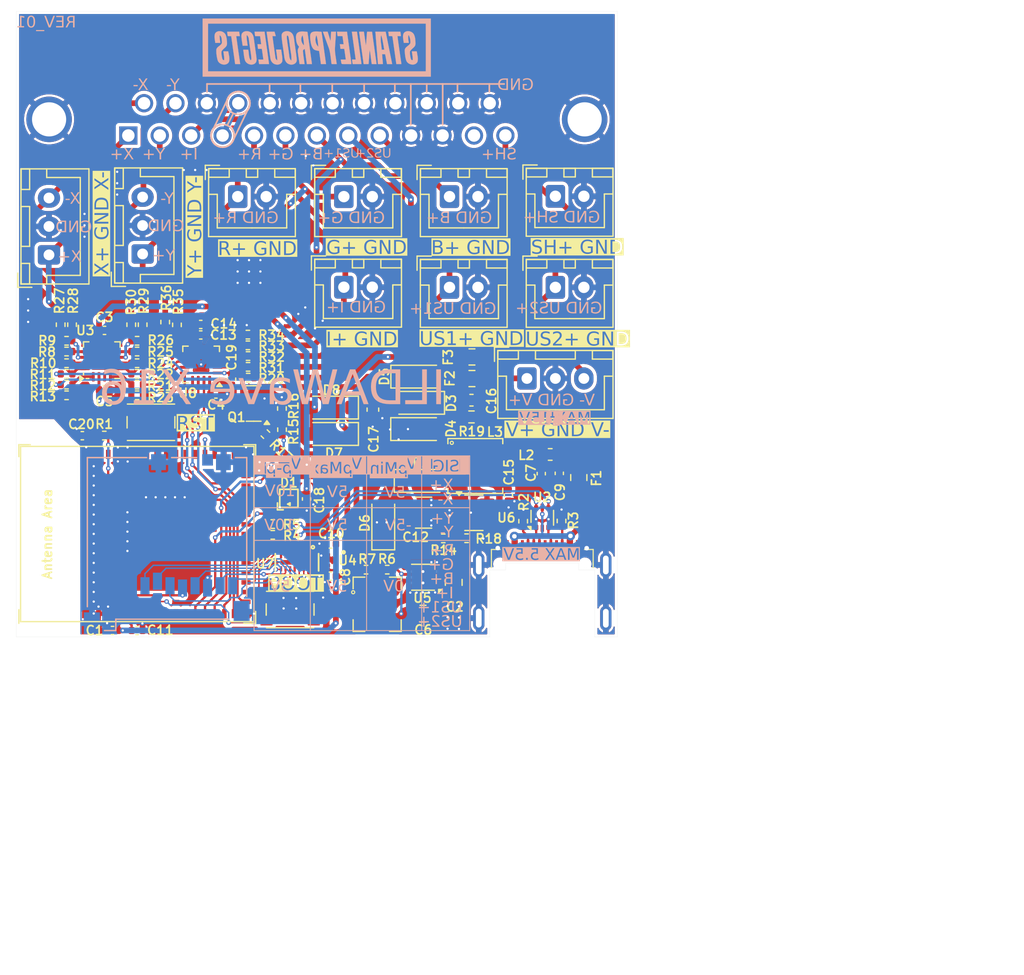
<source format=kicad_pcb>
(kicad_pcb (version 20241229) (generator "pcbnew") (generator_version "9.0")
  (title_block (title "ILDAWave X16") (date "2025-09-06") (rev "REV_01"))
  (layers (0 "F.Cu" signal) (2 "B.Cu" signal) (13 "F.Paste" user) (15 "B.Paste" user) (5 "F.SilkS" user "F.Silkscreen") (7 "B.SilkS" user "B.Silkscreen") (1 "F.Mask" user) (3 "B.Mask" user) (25 "Edge.Cuts" user))
  (net 0 "")
  (net 1 "+3.3V")
  (net 2 "VBUS")
  (net 3 "Net-(J1-CC1)")
  (net 4 "Net-(J1-D+-PadA6)")
  (net 5 "Net-(J1-D--PadA7)")
  (net 7 "Net-(J1-CC2)")
  (net 9 "+5V")
  (net 10 "GND")
  (net 11 "R+")
  (net 12 "BTN")
  (net 13 "Net-(U5-SW)")
  (net 14 "Net-(Q1-G)")
  (net 15 "VDD")
  (net 16 "VSS")
  (net 17 "RST")
  (net 18 "Net-(R4-Pad2)")
  (net 19 "USB-")
  (net 20 "Net-(R5-Pad2)")
  (net 21 "USB+")
  (net 22 "Net-(U5-FB)")
  (net 23 "Net-(U3B--)")
  (net 24 "Net-(U3B-+)")
  (net 25 "Net-(C9-Pad1)")
  (net 26 "+8V")
  (net 27 "Net-(C16-Pad1)")
  (net 28 "Net-(U3C--)")
  (net 29 "Net-(U3D--)")
  (net 34 "SDI")
  (net 48 "SCK")
  (net 49 "CS")
  (net 57 "Net-(D3-K)")
  (net 58 "Net-(U3A-+)")
  (net 59 "Net-(U3A--)")
  (net 60 "-8V")
  (net 62 "LED")
  (net 63 "Net-(D2-A)")
  (net 64 "Net-(D5-A)")
  (net 65 "-V_EXT")
  (net 66 "VBUS_IN")
  (net 67 "+V_EXT")
  (net 68 "X+")
  (net 69 "Net-(J2-P17)")
  (net 70 "X-")
  (net 71 "USR1+")
  (net 72 "Shutter")
  (net 73 "B+")
  (net 74 "Y-")
  (net 75 "Y+")
  (net 77 "USR2+")
  (net 78 "G+")
  (net 79 "Int+")
  (net 80 "Net-(Q1-D)")
  (net 81 "+2.5V")
  (net 82 "Net-(U8-OUT0)")
  (net 83 "Net-(U6-FB)")
  (net 84 "ShutterL")
  (net 85 "Net-(U8-OUT1)")
  (net 86 "Net-(U8-OUT2)")
  (net 87 "Net-(U8-OUT3)")
  (net 88 "Net-(U8-OUT4)")
  (net 89 "Net-(U8-OUT5)")
  (net 90 "Net-(U8-OUT6)")
  (net 91 "Net-(U8-OUT7)")
  (net 93 "SDO")
  (net 94 "Net-(R10-Pad2)")
  (net 95 "Net-(R28-Pad1)")
  (net 96 "Net-(R24-Pad2)")
  (net 97 "Net-(R26-Pad2)")
  (net 98 "Net-(J13-CLK)")
  (net 99 "SD_DET")
  (net 100 "Net-(J13-DAT1)")
  (net 101 "Net-(J13-DAT3{slash}CD)")
  (net 102 "Net-(J13-DAT2)")
  (net 103 "Net-(J13-DAT0)")
  (net 104 "Net-(J13-CMD)")
  (net 107 "SD_DO")
  (net 109 "SD_CLK")
  (net 111 "SD_DI")
  (net 112 "SD_CS")
  (net 113 "Net-(D7-K)")
  (footprint "Capacitor_SMD:C_0402_1005Metric" (layer "F.Cu") (at 129.553679 74.477174 -90)
    (property "Reference" "C9")
    (property "Value" "1uF")
  )
  (footprint "Resistor_SMD:R_0402_1005Metric" (layer "F.Cu") (at 104.383679 78.933174)
    (property "Reference" "R5")
    (property "Value" "27R")
  )
  (footprint "Resistor_SMD:R_0402_1005Metric" (layer "F.Cu") (at 102.228679 66.068174 180)
    (property "Reference" "R20")
    (property "Value" "150R")
  )
  (footprint "Diode_SMD:D_SOD-123" (layer "F.Cu") (at 117.108679 68.278174 180)
    (property "Reference" "D3")
    (property "Value" "1N5819W")
  )
  (footprint "Fuse:Fuse_0805_2012Metric" (layer "F.Cu") (at 121.878679 64.248174)
    (property "Reference" "F3")
    (property "Value" "0.5A")
  )
  (footprint "Diode_SMD:D_SOD-123" (layer "F.Cu") (at 114.090679 78.837174 90)
    (property "Reference" "D6")
    (property "Value" "1N5819W")
  )
  (footprint "Package_DFN_QFN:QFN-16-1EP_3x3mm_P0.5mm_EP1.7x1.7mm" (layer "F.Cu") (at 89.370179 64.529174 90)
    (property "Reference" "U3")
    (property "Value" "LM324QT")
  )
  (footprint "Resistor_SMD:R_0402_1005Metric" (layer "F.Cu") (at 86.272179 63.770674 180)
    (property "Reference" "R8")
    (property "Value" "10k")
  )
  (footprint "Package_DFN_QFN:Texas_RTE0016D_WQFN-16-1EP_3x3mm_P0.5mm_EP0.8x0.8mm_ThermalVias" (layer "F.Cu") (at 98.092679 64.908674 180)
    (property "Reference" "U8")
    (property "Value" "DAC80508")
  )
  (footprint "StanleyProjects:VLCF4020" (layer "F.Cu") (at 113.553679 85.983174 -90)
    (property "Reference" "L1" (hide yes))
    (property "Value" "2.2uH")
  )
  (footprint "Connector_JST:JST_XH_B3B-XH-A_1x03_P2.50mm_Vertical" (layer "F.Cu") (at 84.728679 55.278174 90)
    (property "Reference" "J4" (hide yes))
    (property "Value" "J_JST-XH-B3B")
  )
  (footprint "Resistor_SMD:R_0402_1005Metric" (layer "F.Cu") (at 86.755679 61.414174 90)
    (property "Reference" "R28")
    (property "Value" "150R")
  )
  (footprint "Resistor_SMD:R_0402_1005Metric" (layer "F.Cu") (at 92.468679 64.798174 180)
    (property "Reference" "R24")
    (property "Value" "20k")
  )
  (footprint "Connector_JST:JST_XH_B2B-XH-A_1x02_P2.50mm_Vertical" (layer "F.Cu") (at 129.208679 50.128174)
    (property "Reference" "J12" (hide yes))
    (property "Value" "J_JST-XH-B2B")
  )
  (footprint "Resistor_SMD:R_0402_1005Metric" (layer "F.Cu") (at 92.469679 62.827174 180)
    (property "Reference" "R26")
    (property "Value" "10k")
  )
  (footprint "Resistor_SMD:R_0402_1005Metric" (layer "F.Cu") (at 102.213679 64.168174)
    (property "Reference" "R32")
    (property "Value" "150R")
  )
  (footprint "Resistor_SMD:R_0402_1005Metric" (layer "F.Cu") (at 86.273179 64.798674)
    (property "Reference" "R10")
    (property "Value" "20k")
  )
  (footprint "Connector_JST:JST_XH_B2B-XH-A_1x02_P2.50mm_Vertical" (layer "F.Cu") (at 110.628679 50.158174)
    (property "Reference" "J7" (hide yes))
    (property "Value" "J_JST-XH-B2B")
  )
  (footprint "Package_SON:WSON-8-1EP_2x2mm_P0.5mm_EP0.9x1.6mm_ThermalVias" (layer "F.Cu") (at 117.578679 83.608174 180)
    (property "Reference" "U5")
    (property "Value" "TPS62160")
  )
  (footprint "StanleyProjects:XL-1010RGBC-WS2812B" (layer "F.Cu") (at 105.798679 76.678174)
    (property "Reference" "D1")
    (property "Value" "XL-1010RGBC-WS2812B")
  )
  (footprint "StanleyProjects:XDFN-4" (layer "F.Cu") (at 109.608679 82.108174 180)
    (property "Reference" "U4")
    (property "Value" "NCP167BMX330TBG" (hide yes))
  )
  (footprint "Capacitor_SMD:C_1210_3225Metric" (layer "F.Cu") (at 117.632679 77.931174)
    (property "Reference" "C12")
    (property "Value" "10uF")
  )
  (footprint "Capacitor_SMD:C_0402_1005Metric" (layer "F.Cu") (at 90.308679 88.283174)
    (property "Reference" "C1")
    (property "Value" "100nF")
  )
  (footprint "Resistor_SMD:R_0402_1005Metric" (layer "F.Cu") (at 102.213679 65.118174)
    (property "Reference" "R31")
    (property "Value" "150R")
  )
  (footprint "Inductor_SMD:L_0603_1608Metric" (layer "F.Cu") (at 128.753679 72.817174 180)
    (property "Reference" "L2")
    (property "Value" "470R")
  )
  (footprint "Resistor_SMD:R_0402_1005Metric" (layer "F.Cu") (at 92.469679 63.770174)
    (property "Reference" "R25")
    (property "Value" "10k")
  )
  (footprint "Capacitor_SMD:C_0603_1608Metric" (layer "F.Cu") (at 113.178679 68.878174 90)
    (property "Reference" "C17")
    (property "Value" "2.2uF")
  )
  (footprint "Capacitor_SMD:C_0402_1005Metric" (layer "F.Cu") (at 107.348679 76.728174 90)
    (property "Reference" "C18")
    (property "Value" "100nF")
  )
  (footprint "Diode_SMD:D_SOD-123" (layer "F.Cu") (at 117.118679 65.978174)
    (property "Reference" "D5")
    (property "Value" "1N5819W")
  )
  (footprint "Capacitor_SMD:C_0402_1005Metric" (layer "F.Cu") (at 125.078679 76.398174 -90)
    (property "Reference" "C15")
    (property "Value" "1uF")
  )
  (footprint "Resistor_SMD:R_0402_1005Metric" (layer "F.Cu") (at 102.198679 62.288174)
    (property "Reference" "R34")
    (property "Value" "150R")
  )
  (footprint "StanleyProjects:USB_C_Receptacle_HRO_TYPE-C-31-M-14" (layer "F.Cu") (at 128.058679 86.168174)
    (property "Reference" "J1" (hide yes))
    (property "Value" "TYPE-C-31-M-14")
    (fp_line (start -4.6 -3.2) (end -4.6 2.7) (stroke (width 0.01)) (layer "Edge.Cuts"))
    (fp_line (start -4.6 2.7) (end -6.6 2.7) (stroke (width 0.01)) (layer "Edge.Cuts"))
    (fp_line (start -3.2 -3.8) (end -3.2 -3.2) (stroke (width 0.01)) (layer "Edge.Cuts"))
    (fp_line (start -3.2 -3.2) (end -4.6 -3.2) (stroke (width 0.01)) (layer "Edge.Cuts"))
    (fp_line (start 3.2 -3.8) (end -3.2 -3.8) (stroke (width 0.01)) (layer "Edge.Cuts"))
    (fp_line (start 3.2 -3.2) (end 3.2 -3.8) (stroke (width 0.01)) (layer "Edge.Cuts"))
    (fp_line (start 4.6 -3.2) (end 3.2 -3.2) (stroke (width 0.01)) (layer "Edge.Cuts"))
    (fp_line (start 4.6 2.7) (end 4.6 -3.2) (stroke (width 0.01)) (layer "Edge.Cuts"))
    (fp_line (start 4.6 2.7) (end 6.6 2.7) (stroke (width 0.01)) (layer "Edge.Cuts"))
  )
  (footprint "Diode_SMD:D_SOD-123" (layer "F.Cu") (at 109.548679 71.018174 180)
    (property "Reference" "D7")
    (property "Value" "1N5819W")
  )
  (footprint "Resistor_SMD:R_0402_1005Metric" (layer "F.Cu") (at 112.576679 82.941174 180)
    (property "Reference" "R7")
    (property "Value" "8.2k")
  )
  (footprint "Diode_SMD:D_SOD-123" (layer "F.Cu") (at 117.108679 70.588174)
    (property "Reference" "D4")
    (property "Value" "1N5819W")
  )
  (footprint "Resistor_SMD:R_0402_1005Metric" (layer "F.Cu") (at 104.383679 79.883174)
    (property "Reference" "R4")
    (property "Value" "27R")
  )
  (footprint "Resistor_SMD:R_0402_1005Metric" (layer "F.Cu") (at 105.198679 70.638174 90)
    (property "Reference" "R15")
    (property "Value" "100R")
  )
  (footprint "Capacitor_SMD:C_0402_1005Metric" (layer "F.Cu") (at 98.059679 61.392174)
    (property "Reference" "C14")
    (property "Value" "1uF")
  )
  (footprint "Resistor_SMD:R_0402_1005Metric" (layer "F.Cu") (at 85.755679 61.414174 90)
    (property "Reference" "R27")
    (property "Value" "150R")
  )
  (footprint "Package_TO_SOT_SMD:SOT-23" (layer "F.Cu") (at 102.706179 68.338174 180)
    (property "Reference" "Q1")
    (property "Value" "AP3404")
  )
  (footprint "Capacitor_SMD:C_0402_1005Metric" (layer "F.Cu") (at 100.768679 66.208174 -90)
    (property "Reference" "C19")
    (property "Value" "1uF")
  )
  (footprint "Capacitor_SMD:C_0402_1005Metric" (layer "F.Cu") (at 127.967679 74.502174 90)
    (property "Reference" "C7")
    (property "Value" "100nF")
  )
  (footprint "Capacitor_SMD:C_0603_1608Metric" (layer "F.Cu") (at 121.838679 68.048174 180)
    (property "Reference" "C16")
    (property "Value" "2.2uF")
  )
  (footprint "Diode_SMD:D_SOD-123" (layer "F.Cu") (at 117.418679 75.138174)
    (property "Reference" "D2")
    (property "Value" "1N5819W")
  )
  (footprint "Connector_JST:JST_XH_B2B-XH-A_1x02_P2.50mm_Vertical" (layer "F.Cu") (at 101.308679 50.158174)
    (property "Reference" "J6" (hide yes))
    (property "Value" "J_JST-XH-B2B")
  )
  (footprint "StanleyProjects:ESP32-S3-MINI-1" (layer "F.Cu") (at 95.033679 79.808174 90)
    (property "Reference" "U1" (hide yes))
    (property "Value" "ESP32-S3-MINI-1")
  )
  (footprint "Package_TO_SOT_SMD:SOT-666" (layer "F.Cu") (at 128.057679 78.381526 90)
    (property "Reference" "U2")
    (property "Value" "USBLC6-2P6")
  )
  (footprint "Fuse:Fuse_0805_2012Metric" (layer "F.Cu") (at 131.264679 74.846174 90)
    (property "Reference" "F1")
    (property "Value" "0.5A")
  )
  (footprint "Capacitor_SMD:C_0402_1005Metric" (layer "F.Cu") (at 92.468679 88.288174)
    (property "Reference" "C11")
    (property "Value" "1uF")
  )
  (footprint "Resistor_SMD:R_0603_1608Metric" (layer "F.Cu") (at 121.838679 69.518174)
    (property "Reference" "R19")
    (property "Value" "1R")
  )
  (footprint "Inductor_SMD:L_Coilcraft_XAL4030-XXX" (layer "F.Cu") (at 122.177679 73.831174)
    (property "Reference" "L3")
    (property "Value" "4.7uH")
  )
  (footprint "Connector_JST:JST_XH_B2B-XH-A_1x02_P2.50mm_Vertical" (layer "F.Cu") (at 119.908679 50.158174)
    (property "Reference" "J8" (hide yes))
    (property "Value" "J_JST-XH-B2B")
  )
  (footprint "Package_TO_SOT_SMD:SOT-23-6" (layer "F.Cu") (at 122.050179 77.941174)
    (property "Reference" "U6")
    (property "Value" "TLV61048")
  )
  (footprint "Resistor_SMD:R_0402_1005Metric" (layer "F.Cu") (at 86.273179 66.679674 180)
    (property "Reference" "R12")
    (property "Value" "10k")
  )
  (footprint "Resistor_SMD:R_0402_1005Metric" (layer "F.Cu") (at 105.188679 68.778174 90)
    (property "Reference" "R16")
    (property "Value" "10k")
  )
  (footprint "Resistor_SMD:R_0402_1005Metric" (layer "F.Cu") (at 121.406679 80.179174)
    (property "Reference" "R18")
    (property "Value" "100k")
  )
  (footprint "Resistor_SMD:R_0402_1005Metric" (layer "F.Cu") (at 92.468679 65.738174)
    (property "Reference" "R22")
    (property "Value" "10k")
  )
  (footprint "Resistor_SMD:R_0402_1005Metric" (layer "F.Cu") (at 86.272179 62.827674)
    (property "Reference" "R9")
    (property "Value" "10k")
  )
  (footprint "StanleyProjects:J_DB25_Female_X0325FT7B2" (layer "F.Cu") (at 108.258679 43.368174 180)
    (property "Reference" "J2" (hide yes))
    (property "Value" "X0325FT7B2" (hide yes))
  )
  (footprint "Resistor_SMD:R_0402_1005Metric" (layer "F.Cu") (at 126.378679 78.681526 90)
    (property "Reference" "R2")
    (property "Value" "5.1k")
  )
  (footprint "Capacitor_SMD:C_0402_1005Metric" (layer "F.Cu") (at 109.453679 80.693174 180)
    (property "Reference" "C10")
    (property "Value" "1uF")
  )
  (footprint "Resistor_SMD:R_0402_1005Metric" (layer "F.Cu") (at 89.588679 71.158174)
    (property "Reference" "R1")
    (property "Value" "10k")
  )
  (footprint "Resistor_SMD:R_0402_1005Metric" (layer "F.Cu") (at 91.955679 61.414174 90)
    (property "Reference" "R30")
    (property "Value" "150R")
  )
  (footprint "Resistor_SMD:R_0402_1005Metric" (layer "F.Cu") (at 129.747679 78.661526 90)
    (property "Reference" "R3")
    (property "Value" "5.1k")
  )
  (footprint "Connector_JST:JST_XH_B3B-XH-A_1x03_P2.50mm_Vertical" (layer "F.Cu") (at 126.708679 66.138174)
    (property "Reference" "J3" (hide yes))
    (property "Value" "J_JST-XH-B3B")
  )
  (footprint "Resistor_SMD:R_0402_1005Metric" (layer "F.Cu") (at 86.273179 67.619674)
    (property "Reference" "R13")
    (property "Value" "20k")
  )
  (footprint "Connector_JST:JST_XH_B2B-XH-A_1x02_P2.50mm_Vertical" (layer "F.Cu") (at 110.628679 58.118174)
    (property "Reference" "J9" (hide yes))
    (property "Value" "J_JST-XH-B2B")
  )
  (footprint "Resistor_SMD:R_0402_1005Metric" (layer "F.Cu") (at 92.468679 67.619174 180)
    (property "Reference" "R23")
    (property "Value" "20k")
  )
  (footprint "StanleyProjects:SW_CK_PTS810" (layer "F.Cu") (at 105.908679 86.443174 180)
    (property "Reference" "SW1" (hide yes))
    (property "Value" "PTS810")
  )
  (footprint "Capacitor_SMD:C_0402_1005Metric" (layer "F.Cu") (at 99.388679 67.508174 180)
    (property "Reference" "C4")
    (property "Value" "100nF")
  )
  (footprint "Connector_JST:JST_XH_B2B-XH-A_1x02_P2.50mm_Vertical" (layer "F.Cu") (at 119.908679 58.133174)
    (property "Reference" "J10" (hide yes))
    (property "Value" "J_JST-XH-B2B")
  )
  (footprint "Resistor_SMD:R_0402_1005Metric" (layer "F.Cu") (at 92.468679 66.679174)
    (property "Reference" "R21")
    (property "Value" "10k")
  )
  (footprint "Resistor_SMD:R_0402_1005Metric" (layer "F.Cu") (at 102.198679 63.228174)
    (property "Reference" "R33")
    (property "Value" "150R")
  )
  (footprint "Capacitor_SMD:C_0402_1005Metric" (layer "F.Cu") (at 87.658679 71.168174 180)
    (property "Reference" "C20")
    (property "Value" "1uF")
  )
  (footprint "Resistor_SMD:R_0402_1005Metric" (layer "F.Cu") (at 95.968679 61.428174 90)
    (property "Reference" "R35")
    (property "Value" "150R")
  )
  (footprint "Capacitor_SMD:C_0402_1005Metric" (layer "F.Cu") (at 89.605679 61.914174)
    (property "Reference" "C3")
    (property "Value" "100nF")
  )
  (footprint "Resistor_SMD:R_0402_1005Metric" (layer "F.Cu") (at 103.738679 71.028174 -45)
    (property "Reference" "R17")
    (property "Value" "10k")
  )
  (footprint "StanleyProjects:SW_CK_PTS810" (layer "F.Cu") (at 93.688679 69.988174 180)
    (property "Reference" "SW2" (hide yes))
    (property "Value" "PTS810")
  )
  (footprint "Capacitor_SMD:C_0402_1005Metric" (layer "F.Cu") (at 109.453679 83.513174)
    (property "Reference" "C8")
    (property "Value" "1uF")
  )
  (footprint "Connector_JST:JST_XH_B3B-XH-A_1x03_P2.50mm_Vertical" (layer "F.Cu") (at 92.953679 55.198174 90)
    (property "Reference" "J5" (hide yes))
    (property "Value" "J_JST-XH-B3B")
  )
  (footprint "Resistor_SMD:R_0402_1005Metric" (layer "F.Cu") (at 92.955679 61.414174 90)
    (property "Reference" "R29")
    (property "Value" "150R")
  )
  (footprint "Capacitor_SMD:C_0402_1005Metric" (layer "F.Cu") (at 98.058679 62.314174 180)
    (property "Reference" "C13")
    (property "Value" "100nF")
  )
  (footprint "Fuse:Fuse_0805_2012Metric" (layer "F.Cu") (at 121.878679 66.148174 180)
    (property "Reference" "F2")
    (property "Value" "0.5A")
  )
  (footprint "Resistor_SMD:R_0402_1005Metric" (layer "F.Cu") (at 119.361679 80.191174)
    (property "Reference" "R14")
    (property "Value" "1M")
  )
  (footprint "Capacitor_SMD:C_0805_2012Metric" (layer "F.Cu") (at 120.278679 84.058174 -90)
    (property "Reference" "C2")
    (property "Value" "10uF")
  )
  (footprint "Diode_SMD:D_SOD-123" (layer "F.Cu") (at 109.548679 68.698174 180)
    (property "Reference" "D8")
    (property "Value" "1N5819W")
  )
  (footprint "Resistor_SMD:R_0402_1005Metric" (layer "F.Cu") (at 86.273179 65.738674 180)
    (property "Reference" "R11")
    (property "Value" "10k")
  )
  (footprint "StanleyProjects:MICROQFN16_1P25X3P55X0P4_STM" (layer "F.Cu") (at 106.508679 82.293174 -90)
    (property "Reference" "U7")
    (property "Value" "EMIF06-MSD02N16")
  )
  (footprint "Capacitor_SMD:C_0805_2012Metric" (layer "F.Cu") (at 117.581479 86.808174)
    (property "Reference" "C6")
    (property "Value" "22uF")
  )
  (footprint "Capacitor_SMD:C_0402_1005Metric" (layer "F.Cu") (at 89.600679 67.119174)
    (property "Reference" "C5")
    (property "Value" "100nF")
  )
  (footprint "Resistor_SMD:R_0402_1005Metric" (layer "F.Cu") (at 94.935679 61.184174 90)
    (property "Reference" "R36")
    (property "Value" "150R")
  )
  (footprint "Resistor_SMD:R_0402_1005Metric" (layer "F.Cu") (at 114.438679 82.939174 180)
    (property "Reference" "R6")
    (property "Value" "43k")
  )
  (footprint "Connector_JST:JST_XH_B2B-XH-A_1x02_P2.50mm_Vertical" (layer "F.Cu") (at 129.208679 58.133174)
    (property "Reference" "J11" (hide yes))
    (property "Value" "J_JST-XH-B2B")
  )
  (footprint "StanleyProjects:X_Logo_stanleyprojects_20mm" (layer "B.Cu") (at 108.248679 37.058174 180)
    (property "Reference" "G***" (hide yes))
    (property "Value" "LOGO" (hide yes))
  )
  (footprint "StanleyProjects:microSD_HC_Molex_47352-1001" (layer "B.Cu") (at 95.098679 80.693174 180)
    (property "Reference" "J13" (hide yes))
    (property "Value" "473521001" (hide yes))
  )
  (gr_circle (center 120.110679 71.797174) (end 120.247858 71.797174) (stroke (width 0.1)) (fill no) (layer "F.SilkS"))
  (gr_circle (center 111.446679 84.925995) (end 111.583858 84.925995) (stroke (width 0.1)) (fill no) (layer "F.SilkS"))
  (gr_rect (start 117.848679 72.943174) (end 121.33868 73.203174) (stroke (width 0.01)) (fill yes) (layer "B.SilkS"))
  (gr_rect (start 108.109779 72.953774) (end 111.384779 73.398774) (stroke (width 0.01)) (fill yes) (layer "B.SilkS"))
  (gr_rect (start 112.956179 72.978174) (end 116.231179 73.423174) (stroke (width 0.01)) (fill yes) (layer "B.SilkS"))
  (gr_line (start 115.108679 40.958174) (end 115.108679 40.258174) (stroke (width 0.15)) (layer "B.SilkS"))
  (gr_rect (start 116.257079 74.109574) (end 117.112079 74.554574) (stroke (width 0.01)) (fill yes) (layer "B.SilkS"))
  (gr_circle (center 101.358679 41.9354) (end 102.174111 42.5104) (stroke (width 0.15)) (fill no) (layer "B.SilkS"))
  (gr_line (start 120.608679 40.958174) (end 120.608679 40.258174) (stroke (width 0.15)) (layer "B.SilkS"))
  (gr_line (start 98.608679 40.958174) (end 98.608679 40.258174) (stroke (width 0.15)) (layer "B.SilkS"))
  (gr_line (start 109.608679 40.958174) (end 109.608679 40.258174) (stroke (width 0.15)) (layer "B.SilkS"))
  (gr_line (start 116.508679 43.858174) (end 116.508679 40.258174) (stroke (width 0.15)) (layer "B.SilkS"))
  (gr_line (start 119.308679 43.858174) (end 119.308679 40.258174) (stroke (width 0.15)) (layer "B.SilkS"))
  (gr_line (start 99.083679 44.383174) (end 100.483679 41.458174) (stroke (width 0.15)) (layer "B.SilkS"))
  (gr_line (start 102.753679 74.543174) (end 121.683679 74.543174) (stroke (width 0.08)) (layer "B.SilkS"))
  (gr_line (start 102.746179 80.368174) (end 121.683679 80.368174) (stroke (width 0.08)) (layer "B.SilkS"))
  (gr_line (start 107.683679 88.293174) (end 107.683679 74.543174) (stroke (width 0.08)) (layer "B.SilkS"))
  (gr_rect (start 106.900679 72.975175) (end 107.640679 74.545176) (stroke (width 0.01)) (fill yes) (layer "B.SilkS"))
  (gr_line (start 106.808679 40.958174) (end 106.808679 40.258174) (stroke (width 0.15)) (layer "B.SilkS"))
  (gr_line (start 123.408679 40.958174) (end 123.408679 40.258174) (stroke (width 0.15)) (layer "B.SilkS"))
  (gr_rect (start 129.492679 68.958361) (end 129.852679 70.139987) (stroke (width 0.01)) (fill yes) (layer "B.SilkS"))
  (gr_line (start 102.743679 77.493174) (end 121.681179 77.493174) (stroke (width 0.08)) (layer "B.SilkS"))
  (gr_line (start 102.743679 72.943174) (end 121.683679 72.943174) (stroke (width 0.08)) (layer "B.SilkS"))
  (gr_rect (start 111.410679 74.085174) (end 112.265679 74.530174) (stroke (width 0.01)) (fill yes) (layer "B.SilkS"))
  (gr_circle (center 99.983679 44.8104) (end 100.799111 45.3854) (stroke (width 0.15)) (fill no) (layer "B.SilkS"))
  (gr_rect (start 118.193679 74.313174) (end 121.33368 74.573174) (stroke (width 0.01)) (fill yes) (layer "B.SilkS"))
  (gr_line (start 117.463679 88.293174) (end 117.463679 74.543174) (stroke (width 0.08)) (layer "B.SilkS"))
  (gr_line (start 104.108679 40.958174) (end 104.108679 40.258174) (stroke (width 0.15)) (layer "B.SilkS"))
  (gr_line (start 112.626179 88.293174) (end 112.626179 74.543174) (stroke (width 0.08)) (layer "B.SilkS"))
  (gr_rect (start 117.503679 72.953174) (end 118.28368 74.523175) (stroke (width 0.01)) (fill yes) (layer "B.SilkS"))
  (gr_line (start 117.908679 40.958174) (end 117.908679 40.258174) (stroke (width 0.15)) (layer "B.SilkS"))
  (gr_line (start 121.683679 88.293174) (end 121.683679 72.943174) (stroke (width 0.08)) (layer "B.SilkS"))
  (gr_rect (start 106.086579 74.091574) (end 106.941579 74.536574) (stroke (width 0.01)) (fill yes) (layer "B.SilkS"))
  (gr_rect (start 102.753679 72.963174) (end 103.683679 74.533175) (stroke (width 0.01)) (fill yes) (layer "B.SilkS"))
  (gr_rect (start 102.788679 72.948174) (end 106.063679 73.503174) (stroke (width 0.01)) (fill yes) (layer "B.SilkS"))
  (gr_line (start 121.683679 88.293174) (end 102.743679 88.293174) (stroke (width 0.08)) (layer "B.SilkS"))
  (gr_line (start 98.608679 40.258174) (end 124.708679 40.258174) (stroke (width 0.15)) (layer "B.SilkS"))
  (gr_line (start 112.408679 40.958174) (end 112.408679 40.258174) (stroke (width 0.15)) (layer "B.SilkS"))
  (gr_rect (start 120.803679 72.968173) (end 121.643679 74.538174) (stroke (width 0.01)) (fill yes) (layer "B.SilkS"))
  (gr_rect (start 128.587679 68.955361) (end 128.767679 70.136987) (stroke (width 0.01)) (fill yes) (layer "B.SilkS"))
  (gr_rect (start 107.725929 72.970173) (end 108.145929 74.540174) (stroke (width 0.01)) (fill yes) (layer "B.SilkS"))
  (gr_line (start 100.883679 45.258174) (end 102.283679 42.320674) (stroke (width 0.15)) (layer "B.SilkS"))
  (gr_line (start 102.743679 88.293174) (end 102.743679 72.948175) (stroke (width 0.08)) (layer "B.SilkS"))
  (gr_rect (start 117.063679 72.948173) (end 117.423679 74.518174) (stroke (width 0.01)) (fill yes) (layer "B.SilkS"))
  (gr_line (start 100.408679 43.858174) (end 100.908679 42.858174) (stroke (width 0.15)) (layer "B.SilkS"))
  (gr_rect (start 112.250679 72.970174) (end 112.580679 74.540175) (stroke (width 0.01)) (fill yes) (layer "B.SilkS"))
  (gr_rect (start 112.670679 72.980173) (end 113.000679 74.550174) (stroke (width 0.01)) (fill yes) (layer "B.SilkS"))
  (gr_line (start 81.858679 88.868174) (end 121.458679 88.868174) (stroke (width 0.01)) (layer "Edge.Cuts"))
  (gr_line (start 134.658679 88.868174) (end 134.658679 33.868174) (stroke (width 0.01)) (layer "Edge.Cuts"))
  (gr_line (start 81.858679 33.868174) (end 134.658679 33.868174) (stroke (width 0.01)) (layer "Edge.Cuts"))
  (gr_line (start 81.858679 88.868174) (end 81.858679 33.868174) (stroke (width 0.01)) (layer "Edge.Cuts"))
  (gr_text "SH+ GND" (at 127.058679 55.378174 0) (layer "F.SilkS" knockout) (effects (font (size 1.2 1.2) (thickness 0.1)) (justify left bottom)))
  (gr_text "B+ GND" (at 118.288679 55.408174 0) (layer "F.SilkS" knockout) (effects (font (size 1.2 1.2) (thickness 0.1)) (justify left bottom)))
  (gr_text "X+ GND X-" (at 90.148679 57.088174 90) (layer "F.SilkS" knockout) (effects (font (size 1.2 1.2) (thickness 0.1)) (justify left bottom)))
  (gr_text "R+ GND" (at 99.548679 55.498174 0) (layer "F.SilkS" knockout) (effects (font (size 1.2 1.2) (thickness 0.1)) (justify left bottom)))
  (gr_text "US2+ GND" (at 126.578679 63.448174 0) (layer "F.SilkS" knockout) (effects (font (size 1.2 1.2) (thickness 0.1)) (justify left bottom)))
  (gr_text "BOOT" (at 103.948679 84.928174 0) (layer "F.SilkS" knockout) (effects (font (size 1.2 1.2) (thickness 0.1)) (justify left bottom)))
  (gr_text "V+ GND V-" (at 124.848679 71.418174 0) (layer "F.SilkS" knockout) (effects (font (size 1.2 1.2) (thickness 0.1)) (justify left bottom)))
  (gr_text "US1+ GND" (at 117.258679 63.408174 0) (layer "F.SilkS" knockout) (effects (font (size 1.2 1.2) (thickness 0.1)) (justify left bottom)))
  (gr_text "G+ GND" (at 109.078679 55.398174 0) (layer "F.SilkS" knockout) (effects (font (size 1.2 1.2) (thickness 0.1)) (justify left bottom)))
  (gr_text "Y+ GND Y-" (at 98.308679 57.158174 90) (layer "F.SilkS" knockout) (effects (font (size 1.2 1.2) (thickness 0.1)) (justify left bottom)))
  (gr_text "RST" (at 95.908679 70.848174 0) (layer "F.SilkS" knockout) (effects (font (size 1.2 1.2) (thickness 0.1)) (justify left bottom)))
  (gr_text "I+ GND" (at 109.058679 63.448174 0) (layer "F.SilkS" knockout) (effects (font (size 1.2 1.2) (thickness 0.1)) (justify left bottom)))
  (gr_text "GND R+" (at 104.898679 52.648174 0) (layer "B.SilkS") (effects (font (size 1 1) (thickness 0.1)) (justify left bottom mirror)))
  (gr_text "GND" (at 127.308679 40.958174 0) (layer "B.SilkS") (effects (font (size 1 1) (thickness 0.1)) (justify left bottom mirror)))
  (gr_text "Y-" (at 120.263679 79.683174 -0) (layer "B.SilkS") (effects (font (size 1 1) (thickness 0.1)) (justify left mirror)))
  (gr_text "US2+" (at 121.043679 87.543174 -0) (layer "B.SilkS") (effects (font (size 1 1) (thickness 0.1)) (justify left mirror)))
  (gr_text "X-" (at 87.508679 50.958174 0) (layer "B.SilkS") (effects (font (size 1 1) (thickness 0.1)) (justify left bottom mirror)))
  (gr_text "-5V" (at 116.573679 79.068174 -0) (layer "B.SilkS") (effects (font (size 1 1) (thickness 0.1)) (justify left mirror)))
  (gr_text "V" (at 117.068679 73.700974 -0) (layer "B.SilkS" knockout) (effects (font (size 1 1) (thickness 0.1)) (justify left mirror)))
  (gr_text "GND US1+" (at 124.008679 60.628174 0) (layer "B.SilkS") (effects (font (size 1 1) (thickness 0.1)) (justify left bottom mirror)))
  (gr_text "5V" (at 110.933679 84.443174 -0) (layer "B.SilkS") (effects (font (size 1 1) (thickness 0.1)) (justify left mirror)))
  (gr_text "5V" (at 110.988679 76.148174 -0) (layer "B.SilkS") (effects (font (size 1 1) (thickness 0.1)) (justify left mirror)))
  (gr_text "V" (at 112.222279 73.676574 -0) (layer "B.SilkS" knockout) (effects (font (size 1 1) (thickness 0.1)) (justify left mirror)))
  (gr_text "US1+" (at 121.043679 86.293174 -0) (layer "B.SilkS") (effects (font (size 1 1) (thickness 0.1)) (justify left mirror)))
  (gr_text "REV_01" (at 87.118679 35.458174 0) (layer "B.SilkS") (effects (font (size 1 1)) (justify left bottom mirror)))
  (gr_text "US2+" (at 114.808679 46.858174 0) (layer "B.SilkS") (effects (font (size 0.8 0.8) (thickness 0.1)) (justify left bottom mirror)))
  (gr_text "5V" (at 105.933679 84.443174 -0) (layer "B.SilkS") (effects (font (size 1 1) (thickness 0.1)) (justify left mirror)))
  (gr_text "GND G+" (at 114.238679 52.648174 0) (layer "B.SilkS") (effects (font (size 1 1) (thickness 0.1)) (justify left bottom mirror)))
  (gr_text "X+" (at 92.208679 47.058174 0) (layer "B.SilkS") (effects (font (size 1 1) (thickness 0.1)) (justify left bottom mirror)))
  (gr_text "Y-" (at 96.208679 40.958174 0) (layer "B.SilkS") (effects (font (size 1 1) (thickness 0.1)) (justify left bottom mirror)))
  (gr_text "V" (at 106.898179 73.682974 -0) (layer "B.SilkS" knockout) (effects (font (size 1 1) (thickness 0.1)) (justify left mirror)))
  (gr_text "0V" (at 115.933679 84.443174 -0) (layer "B.SilkS") (effects (font (size 1 1) (thickness 0.1)) (justify left mirror)))
  (gr_text "G+" (at 106.208679 47.058174 0) (layer "B.SilkS") (effects (font (size 1 1) (thickness 0.1)) (justify left bottom mirror)))
  (gr_text "X-" (at 93.478679 40.958174 0) (layer "B.SilkS") (effects (font (size 1 1) (thickness 0.1)) (justify left bottom mirror)))
  (gr_text "SH+" (at 125.808679 47.058174 0) (layer "B.SilkS") (effects (font (size 1 1) (thickness 0.1)) (justify left bottom mirror)))
  (gr_text "Y-" (at 95.708679 50.958174 0) (layer "B.SilkS") (effects (font (size 1 1) (thickness 0.1)) (justify left bottom mirror)))
  (gr_text "Y+" (at 95.808679 55.958174 0) (layer "B.SilkS") (effects (font (size 1 1) (thickness 0.1)) (justify left bottom mirror)))
  (gr_text "ILDAWave X16" (at 119.568679 68.908174 0) (layer "B.SilkS") (effects (font (size 3 3)) (justify left bottom mirror)))
  (gr_text "-" (at 129.532679 70.685361 0) (layer "B.SilkS" knockout) (effects (font (size 1 1) (thickness 0.1)) (justify left bottom mirror)))
  (gr_text "+" (at 129.542679 70.125361 0) (layer "B.SilkS" knockout) (effects (font (size 1 1) (thickness 0.1)) (justify left bottom mirror)))
  (gr_text "GND I+" (at 114.318679 60.508174 0) (layer "B.SilkS") (effects (font (size 1 1) (thickness 0.1)) (justify left bottom mirror)))
  (gr_text "G+" (at 120.293679 82.543174 -0) (layer "B.SilkS") (effects (font (size 1 1) (thickness 0.1)) (justify left mirror)))
  (gr_text "SIG" (at 120.773679 73.903174 -0) (layer "B.SilkS" knockout) (effects (font (size 1 1) (thickness 0.1)) (justify left mirror)))
  (gr_text "GND B+" (at 123.648679 52.648174 0) (layer "B.SilkS") (effects (font (size 1 1) (thickness 0.1)) (justify left bottom mirror)))
  (gr_text "GND" (at 88.508679 53.458174 0) (layer "B.SilkS") (effects (font (size 1 1) (thickness 0.1)) (justify left bottom mirror)))
  (gr_text "5V" (at 110.968679 79.048174 -0) (layer "B.SilkS") (effects (font (size 1 1) (thickness 0.1)) (justify left mirror)))
  (gr_text "X-" (at 120.253679 76.793174 -0) (layer "B.SilkS") (effects (font (size 1 1) (thickness 0.1)) (justify left mirror)))
  (gr_text "pMax" (at 111.421279 74.071574 -0) (layer "B.SilkS" knockout) (effects (font (size 1 1) (thickness 0.1)) (justify left mirror)))
  (gr_text "15V" (at 128.772679 70.265361 0) (layer "B.SilkS" knockout) (effects (font (size 1 1) (thickness 0.1)) (justify left bottom mirror)))
  (gr_text "Y+" (at 120.273679 78.493174 -0) (layer "B.SilkS") (effects (font (size 1 1) (thickness 0.1)) (justify left mirror)))
  (gr_text "pMin" (at 116.267679 74.095974 -0) (layer "B.SilkS" knockout) (effects (font (size 1 1) (thickness 0.1)) (justify left mirror)))
  (gr_text "US1+" (at 112.008679 46.858174 0) (layer "B.SilkS") (effects (font (size 0.8 0.8) (thickness 0.1)) (justify left bottom mirror)))
  (gr_text "10V" (at 106.358679 79.068174 -0) (layer "B.SilkS") (effects (font (size 1 1) (thickness 0.1)) (justify left mirror)))
  (gr_text "I+" (at 120.273679 85.043174 -0) (layer "B.SilkS") (effects (font (size 1 1) (thickness 0.1)) (justify left mirror)))
  (gr_text "GND" (at 96.608679 53.358174 0) (layer "B.SilkS") (effects (font (size 1 1) (thickness 0.1)) (justify left bottom mirror)))
  (gr_text "R+" (at 120.313679 81.293174 -0) (layer "B.SilkS") (effects (font (size 1 1) (thickness 0.1)) (justify left mirror)))
  (gr_text "X+" (at 120.273679 75.543174 -0) (layer "B.SilkS") (effects (font (size 1 1) (thickness 0.1)) (justify left mirror)))
  (gr_text "I+" (at 97.808679 47.058174 0) (layer "B.SilkS") (effects (font (size 1 1) (thickness 0.1)) (justify left bottom mirror)))
  (gr_text "V- GND V+" (at 132.678679 68.668174 0) (layer "B.SilkS") (effects (font (size 1 1) (thickness 0.1)) (justify left bottom mirror)))
  (gr_text "R+" (at 103.408679 47.058174 0) (layer "B.SilkS") (effects (font (size 1 1) (thickness 0.1)) (justify left bottom mirror)))
  (gr_text "-5V" (at 116.548679 76.188174 -0) (layer "B.SilkS") (effects (font (size 1 1) (thickness 0.1)) (justify left mirror)))
  (gr_text "10V" (at 106.408679 76.058174 -0) (layer "B.SilkS") (effects (font (size 1 1) (thickness 0.1)) (justify left mirror)))
  (gr_text "MAX 5.5V" (at 131.387679 82.246174 0) (layer "B.SilkS" knockout) (effects (font (size 1 1) (thickness 0.1)) (justify left bottom mirror)))
  (gr_text "X+" (at 87.608679 56.058174 0) (layer "B.SilkS") (effects (font (size 1 1) (thickness 0.1)) (justify left bottom mirror)))
  (gr_text "GND US2+" (at 133.318679 60.588174 0) (layer "B.SilkS") (effects (font (size 1 1) (thickness 0.1)) (justify left bottom mirror)))
  (gr_text "B+" (at 108.808679 47.058174 0) (layer "B.SilkS") (effects (font (size 1 1) (thickness 0.1)) (justify left bottom mirror)))
  (gr_text "Y+" (at 94.938679 47.058174 0) (layer "B.SilkS") (effects (font (size 1 1) (thickness 0.1)) (justify left bottom mirror)))
  (gr_text "B+" (at 120.293679 83.793174 -0) (layer "B.SilkS") (effects (font (size 1 1) (thickness 0.1)) (justify left mirror)))
  (gr_text "MAX" (at 132.322679 70.266361 0) (layer "B.SilkS" knockout) (effects (font (size 1 1) (thickness 0.1)) (justify left bottom mirror)))
  (gr_text "p-p" (at 106.100179 74.065974 -0) (layer "B.SilkS" knockout) (effects (font (size 1 1) (thickness 0.1)) (justify left mirror)))
  (gr_text "GND SH+" (at 133.138679 52.598174 0) (layer "B.SilkS") (effects (font (size 1 1) (thickness 0.1)) (justify left bottom mirror)))
  (segment (start 108.058679 74.733174) (end 109.728679 76.403174) (width 0.5) (layer "F.Cu") (net 1))
  (segment (start 107.783679 83.518174) (end 107.783679 84.118174) (width 0.2) (layer "F.Cu") (net 1))
  (segment (start 90.788679 88.283174) (end 91.208679 88.283174) (width 0.5) (layer "F.Cu") (net 1))
  (segment (start 98.942679 69.642174) (end 99.908679 70.608174) (width 0.5) (layer "F.Cu") (net 1))
  (segment (start 109.933679 79.928174) (end 109.933679 80.693174) (width 0.5) (layer "F.Cu") (net 1))
  (segment (start 107.50868 83.243175) (end 107.783679 83.518174) (width 0.2) (layer "F.Cu") (net 1))
  (segment (start 98.908679 67.508174) (end 98.942679 67.542174) (width 0.5) (layer "F.Cu") (net 1))
  (segment (start 109.933679 76.608174) (end 109.933679 79.928174) (width 0.5) (layer "F.Cu") (net 1))
  (segment (start 109.928679 84.608174) (end 109.873679 84.553174) (width 0.127) (layer "F.Cu") (net 1))
  (segment (start 109.838679 84.518174) (end 108.183679 84.518174) (width 0.2) (layer "F.Cu") (net 1))
  (segment (start 109.928679 87.638174) (end 109.928679 84.608174) (width 0.5) (layer "F.Cu") (net 1))
  (segment (start 109.918679 87.648174) (end 109.928679 87.638174) (width 0.5) (layer "F.Cu") (net 1))
  (segment (start 101.383679 70.608174) (end 102.058679 71.283174) (width 0.5) (layer "F.Cu") (net 1))
  (segment (start 106.443679 74.733174) (end 108.058679 74.733174) (width 0.5) (layer "F.Cu") (net 1))
  (segment (start 90.783679 86.808174) (end 90.783679 88.278174) (width 0.4) (layer "F.Cu") (net 1))
  (segment (start 109.928679 84.608174) (end 109.838679 84.518174) (width 0.2) (layer "F.Cu") (net 1))
  (segment (start 90.783679 86.608174) (end 90.783679 86.808174) (width 0.2) (layer "F.Cu") (net 1))
  (segment (start 107.50868 82.868174) (end 107.50868 83.243175) (width 0.2) (layer "F.Cu") (net 1))
  (segment (start 108.183679 84.518174) (end 107.921179 84.255674) (width 0.2) (layer "F.Cu") (net 1))
  (segment (start 102.058679 71.283174) (end 102.993679 71.283174) (width 0.5) (layer "F.Cu") (net 1))
  (segment (start 98.942679 67.542174) (end 98.942679 69.642174) (width 0.5) (layer "F.Cu") (net 1))
  (segment (start 109.728679 76.403174) (end 109.933679 76.608174) (width 0.5) (layer "F.Cu") (net 1))
  (segment (start 90.788679 85.168174) (end 90.788679 86.603174) (width 0.2) (layer "F.Cu") (net 1))
  (segment (start 89.938679 74.038174) (end 89.928679 74.048174) (width 0.2) (layer "F.Cu") (net 1))
  (segment (start 98.842679 66.346174) (end 98.842679 67.504174) (width 0.25) (layer "F.Cu") (net 1))
  (segment (start 90.788679 86.603174) (end 90.783679 86.608174) (width 0.2) (layer "F.Cu") (net 1))
  (segment (start 109.933679 81.703174) (end 109.933679 80.693174) (width 0.25) (layer "F.Cu") (net 1))
  (segment (start 89.928679 82.048174) (end 90.788679 82.908174) (width 0.2) (layer "F.Cu") (net 1))
  (segment (start 96.458679 85.193174) (end 90.813679 85.193174) (width 0.2) (layer "F.Cu") (net 1))
  (segment (start 90.783679 88.278174) (end 90.788679 88.283174) (width 0.4) (layer "F.Cu") (net 1))
  (segment (start 102.993679 71.283174) (end 106.443679 74.733174) (width 0.5) (layer "F.Cu") (net 1))
  (segment (start 107.908679 84.243174) (end 107.921179 84.255674) (width 0.127) (layer "F.Cu") (net 1))
  (segment (start 90.813679 85.193174) (end 90.788679 85.168174) (width 0.2) (layer "F.Cu") (net 1))
  (segment (start 90.788679 82.908174) (end 90.788679 85.168174) (width 0.2) (layer "F.Cu") (net 1))
  (segment (start 89.928679 74.048174) (end 89.928679 82.048174) (width 0.2) (layer "F.Cu") (net 1))
  (segment (start 109.873679 84.553174) (end 109.873679 84.468174) (width 0.127) (layer "F.Cu") (net 1))
  (segment (start 89.938679 71.968174) (end 89.938679 71.088174) (width 0.2) (layer "F.Cu") (net 1))
  (segment (start 107.908679 82.868174) (end 107.908679 84.243174) (width 0.2) (layer "F.Cu") (net 1))
  (segment (start 107.783679 84.118174) (end 107.921179 84.255674) (width 0.2) (layer "F.Cu") (net 1))
  (segment (start 99.908679 70.608174) (end 101.383679 70.608174) (width 0.5) (layer "F.Cu") (net 1))
  (via (at 89.938679 71.968174) (size 0.4) (drill 0.2) (layers "F.Cu" "B.Cu") (net 1))
  (via (at 109.918679 87.648174) (size 0.4) (drill 0.2) (layers "F.Cu" "B.Cu") (net 1))
  (via (at 91.208679 88.283174) (size 0.4) (drill 0.2) (layers "F.Cu" "B.Cu") (net 1))
  (via (at 96.458679 85.193174) (size 0.4) (drill 0.2) (layers "F.Cu" "B.Cu") (net 1))
  (via (at 109.928679 84.608174) (size 0.4) (drill 0.2) (layers "F.Cu" "B.Cu") (net 1))
  (via (at 109.933679 79.928174) (size 0.4) (drill 0.2) (layers "F.Cu" "B.Cu") (net 1))
  (via (at 89.938679 74.038174) (size 0.4) (drill 0.2) (layers "F.Cu" "B.Cu") (net 1))
  (segment (start 109.933679 84.603174) (end 109.933679 79.968174) (width 0.5) (layer "B.Cu") (net 1))
  (segment (start 109.283679 88.283174) (end 91.208679 88.283174) (width 0.5) (layer "B.Cu") (net 1))
  (segment (start 89.938679 71.968174) (end 89.938679 74.038174) (width 0.2) (layer "B.Cu") (net 1))
  (segment (start 109.928679 84.608174) (end 109.933679 84.603174) (width 0.5) (layer "B.Cu") (net 1))
  (segment (start 96.458679 84.553174) (end 96.458679 85.193174) (width 0.2) (layer "B.Cu") (net 1))
  (segment (start 109.918679 87.648174) (end 109.283679 88.283174) (width 0.5) (layer "B.Cu") (net 1))
  (segment (start 127.948679 74.041174) (end 127.967679 74.022174) (width 0.5) (layer "F.Cu") (net 2))
  (segment (start 127.966179 74.020674) (end 127.966179 72.817174) (width 0.5) (layer "F.Cu") (net 2))
  (segment (start 127.967679 74.022174) (end 127.966179 74.020674) (width 0.5) (layer "F.Cu") (net 2))
  (segment (start 126.807679 80.021526) (end 126.807679 81.071561) (width 0.2) (layer "F.Cu") (net 3))
  (segment (start 126.378679 79.191526) (end 126.378679 79.592526) (width 0.2) (layer "F.Cu") (net 3))
  (segment (start 126.378679 79.592526) (end 126.807679 80.021526) (width 0.2) (layer "F.Cu") (net 3))
  (segment (start 127.807679 81.071561) (end 127.807679 80.171526) (width 0.2) (layer "F.Cu") (net 4))
  (segment (start 128.807679 80.051526) (end 128.595179 79.839026) (width 0.2) (layer "F.Cu") (net 4))
  (segment (start 128.492679 79.941526) (end 128.595179 79.839026) (width 0.2) (layer "F.Cu") (net 4))
  (segment (start 128.595179 79.839026) (end 128.595179 79.231526) (width 0.2) (layer "F.Cu") (net 4))
  (segment (start 128.807679 81.071561) (end 128.807679 80.051526) (width 0.2) (layer "F.Cu") (net 4))
  (segment (start 128.037679 79.941526) (end 128.492679 79.941526) (width 0.2) (layer "F.Cu") (net 4))
  (segment (start 127.807679 80.171526) (end 128.037679 79.941526) (width 0.2) (layer "F.Cu") (net 4))
  (segment (start 127.444327 82.028174) (end 128.171031 82.028174) (width 0.2) (layer "F.Cu") (net 5))
  (segment (start 127.307679 81.891526) (end 127.444327 82.028174) (width 0.2) (layer "F.Cu") (net 5))
  (segment (start 128.307679 81.891526) (end 128.307679 81.071561) (width 0.2) (layer "F.Cu") (net 5))
  (segment (start 127.520179 79.829026) (end 127.520179 79.231526) (width 0.2) (layer "F.Cu") (net 5))
  (segment (start 127.307679 81.071561) (end 127.307679 81.891526) (width 0.2) (layer "F.Cu") (net 5))
  (segment (start 127.307679 80.041526) (end 127.520179 79.829026) (width 0.2) (layer "F.Cu") (net 5))
  (segment (start 128.171031 82.028174) (end 128.307679 81.891526) (width 0.2) (layer "F.Cu") (net 5))
  (segment (start 127.307679 81.071561) (end 127.307679 80.041526) (width 0.2) (layer "F.Cu") (net 5))
  (segment (start 129.807679 79.231526) (end 129.807679 81.071561) (width 0.2) (layer "F.Cu") (net 7))
  (segment (start 104.804679 61.349174) (end 104.034679 60.579174) (width 0.5) (layer "F.Cu") (net 9))
  (segment (start 97.579679 61.052174) (end 97.579679 61.392174) (width 0.5) (layer "F.Cu") (net 9))
  (segment (start 114.948679 82.939174) (end 115.314379 82.939174) (width 0.2032) (layer "F.Cu") (net 9))
  (segment (start 107.368679 73.717174) (end 106.467679 73.717174) (width 0.5) (layer "F.Cu") (net 9))
  (segment (start 110.933679 76.033174) (end 110.933679 85.918174) (width 0.5) (layer "F.Cu") (net 9))
  (segment (start 109.423679 82.983174) (end 109.903679 82.983174) (width 0.2) (layer "F.Cu") (net 9))
  (segment (start 106.467679 73.717174) (end 104.139303 71.388798) (width 0.5) (layer "F.Cu") (net 9))
  (segment (start 104.034679 60.579174) (end 98.052679 60.579174) (width 0.5) (layer "F.Cu") (net 9))
  (segment (start 109.283679 82.513174) (end 109.283679 82.843174) (width 0.2) (layer "F.Cu") (net 9))
  (segment (start 109.933679 82.513174) (end 109.933679 83.513174) (width 0.25) (layer "F.Cu") (net 9))
  (segment (start 108.617679 73.717174) (end 110.933679 76.033174) (width 0.5) (layer "F.Cu") (net 9))
  (segment (start 115.733379 83.358174) (end 116.628679 83.358174) (width 0.25) (layer "F.Cu") (net 9))
  (segment (start 98.052679 60.579174) (end 97.579679 61.052174) (width 0.5) (layer "F.Cu") (net 9))
  (segment (start 106.223679 76.253174) (end 107.343679 76.253174) (width 0.4) (layer "F.Cu") (net 9))
  (segment (start 107.358679 75.778174) (end 107.358679 75.808174) (width 0.4) (layer "F.Cu") (net 9))
  (segment (start 112.523679 87.508174) (end 113.553679 87.508174) (width 0.5) (layer "F.Cu") (net 9))
  (segment (start 109.283679 82.843174) (end 109.423679 82.983174) (width 0.2) (layer "F.Cu") (net 9))
  (segment (start 97.579679 61.392174) (end 97.579679 62.313174) (width 0.5) (layer "F.Cu") (net 9))
  (segment (start 110.933679 85.918174) (end 112.523679 87.508174) (width 0.5) (layer "F.Cu") (net 9))
  (segment (start 115.314379 82.939174) (end 115.683879 83.308674) (width 0.2032) (layer "F.Cu") (net 9))
  (segment (start 107.368679 73.717174) (end 108.617679 73.717174) (width 0.5) (layer "F.Cu") (net 9))
  (segment (start 115.668679 86.808174) (end 116.631479 86.808174) (width 0.2032) (layer "F.Cu") (net 9))
  (segment (start 115.683879 83.308674) (end 115.733379 83.358174) (width 0.25) (layer "F.Cu") (net 9))
  (segment (start 107.348679 75.768174) (end 107.358679 75.778174) (width 0.4) (layer "F.Cu") (net 9))
  (segment (start 104.139303 71.388798) (end 104.099303 71.388798) (width 0.5) (layer "F.Cu") (net 9))
  (segment (start 109.933679 83.513174) (end 110.923679 83.513174) (width 0.5) (layer "F.Cu") (net 9))
  (segment (start 97.579679 62.313174) (end 97.578679 62.314174) (width 0.5) (layer "F.Cu") (net 9))
  (segment (start 107.348679 76.248174) (end 107.348679 75.768174) (width 0.5) (layer "F.Cu") (net 9))
  (via (at 104.804679 61.349174) (size 0.4) (drill 0.2) (layers "F.Cu" "B.Cu") (net 9))
  (via (at 115.683879 83.308674) (size 0.4) (drill 0.2) (layers "F.Cu" "B.Cu") (net 9))
  (via (at 107.358679 75.808174) (size 0.4) (drill 0.2) (layers "F.Cu" "B.Cu") (net 9))
  (via (at 115.668679 86.808174) (size 0.4) (drill 0.2) (layers "F.Cu" "B.Cu") (net 9))
  (via (at 107.368679 73.717174) (size 0.4) (drill 0.2) (layers "F.Cu" "B.Cu") (net 9))
  (segment (start 115.678679 86.798174) (end 115.678679 83.313874) (width 0.2032) (layer "B.Cu") (net 9))
  (segment (start 107.368679 75.798174) (end 107.368679 73.717174) (width 0.5) (layer "B.Cu") (net 9))
  (segment (start 107.358679 75.808174) (end 107.368679 75.798174) (width 0.5) (layer "B.Cu") (net 9))
  (segment (start 115.668679 86.808174) (end 115.678679 86.798174) (width 0.2032) (layer "B.Cu") (net 9))
  (segment (start 107.368679 73.717174) (end 107.368679 63.913174) (width 0.5) (layer "B.Cu") (net 9))
  (segment (start 107.368679 63.913174) (end 104.804679 61.349174) (width 0.5) (layer "B.Cu") (net 9))
  (segment (start 115.678679 83.313874) (end 115.683879 83.308674) (width 0.2032) (layer "B.Cu") (net 9))
  (segment (start 109.283679 81.703174) (end 109.283679 81.783174) (width 0.25) (layer "F.Cu") (net 10))
  (segment (start 124.147679 81.045174) (end 124.157679 81.035174) (width 0.762) (layer "F.Cu") (net 10))
  (segment (start 98.539679 61.392174) (end 98.539679 62.313174) (width 0.5) (layer "F.Cu") (net 10))
  (segment (start 131.947679 81.065174) (end 131.432679 81.065174) (width 0.762) (layer "F.Cu") (net 10))
  (segment (start 120.228679 85.058174) (end 120.278679 85.008174) (width 0.254) (layer "F.Cu") (net 10))
  (segment (start 118.818679 86.978174) (end 118.648679 86.808174) (width 0.254) (layer "F.Cu") (net 10))
  (segment (start 117.828679 84.358174) (end 117.578679 84.108174) (width 0.254) (layer "F.Cu") (net 10))
  (segment (start 118.528679 82.858174) (end 118.024679 82.858174) (width 0.254) (layer "F.Cu") (net 10))
  (segment (start 116.628679 84.358174) (end 117.328679 84.358174) (width 0.254) (layer "F.Cu") (net 10))
  (segment (start 117.328679 84.358174) (end 117.578679 84.108174) (width 0.254) (layer "F.Cu") (net 10))
  (segment (start 128.608779 78.50636) (end 128.499965 78.615174) (width 0.2032) (layer "F.Cu") (net 10))
  (segment (start 128.499965 78.615174) (end 128.170831 78.615174) (width 0.2032) (layer "F.Cu") (net 10))
  (segment (start 127.506579 78.500519) (end 127.621234 78.615174) (width 0.2032) (layer "F.Cu") (net 10))
  (segment (start 127.944527 78.615174) (end 128.057679 78.728326) (width 0.2032) (layer "F.Cu") (net 10))
  (segment (start 98.539679 62.313174) (end 98.538679 62.314174) (width 0.5) (layer "F.Cu") (net 10))
  (segment (start 108.643679 81.703174) (end 109.283679 81.703174) (width 0.25) (layer "F.Cu") (net 10))
  (segment (start 118.528679 84.358174) (end 117.828679 84.358174) (width 0.254) (layer "F.Cu") (net 10))
  (segment (start 118.648679 86.808174) (end 118.531479 86.808174) (width 0.254) (layer "F.Cu") (net 10))
  (segment (start 127.621234 78.615174) (end 127.944527 78.615174) (width 0.2032) (layer "F.Cu") (net 10))
  (segment (start 128.170831 78.615174) (end 128.057679 78.728326) (width 0.2032) (layer "F.Cu") (net 10))
  (segment (start 128.057679 79.306526) (end 128.057679 78.728326) (width 0.2032) (layer "F.Cu") (net 10))
  (segment (start 131.957679 81.055174) (end 131.947679 81.065174) (width 0.762) (layer "F.Cu") (net 10))
  (segment (start 124.157679 81.035174) (end 124.707679 81.035174) (width 0.762) (layer "F.Cu") (net 10))
  (segment (start 109.283679 81.783174) (end 109.608679 82.108174) (width 0.25) (layer "F.Cu") (net 10))
  (via (at 118.312679 77.279174) (size 0.4) (drill 0.2) (layers "F.Cu" "B.Cu") (net 10))
  (via (at 101.298679 55.738174) (size 0.4) (drill 0.2) (layers "F.Cu" "B.Cu") (net 10))
  (via (at 118.308679 78.607174) (size 0.4) (drill 0.2) (layers "F.Cu" "B.Cu") (net 10))
  (via (at 95.798679 76.578174) (size 0.4) (drill 0.2) (layers "F.Cu" "B.Cu") (net 10))
  (via (at 87.848679 53.678174) (size 0.4) (drill 0.2) (layers "F.Cu" "B.Cu") (net 10))
  (via (at 119.738679 88.128174) (size 0.4) (drill 0.2) (layers "F.Cu" "B.Cu") (net 10))
  (via (at 105.178679 67.788174) (size 0.4) (drill 0.2) (layers "F.Cu" "B.Cu") (net 10))
  (via (at 88.658679 84.048174) (size 0.4) (drill 0.2) (layers "F.Cu" "B.Cu") (net 10))
  (via (at 131.957679 81.055174) (size 0.8) (drill 0.4) (layers "F.Cu" "B.Cu") (net 10))
  (via (at 87.998679 72.178174) (size 0.4) (drill 0.2) (layers "F.Cu" "B.Cu") (net 10))
  (via (at 118.093679 84.942174) (size 0.4) (drill 0.2) (layers "F.Cu" "B.Cu") (net 10))
  (via (at 119.738679 86.128174) (size 0.4) (drill 0.2) (layers "F.Cu" "B.Cu") (net 10))
  (via (at 89.918679 86.188174) (size 0.4) (drill 0.2) (layers "F.Cu" "B.Cu") (net 10))
  (via (at 87.848679 52.678174) (size 0.4) (drill 0.2) (layers "F.Cu" "B.Cu") (net 10))
  (via (at 97.568679 47.818174) (size 0.4) (drill 0.2) (layers "F.Cu" "B.Cu") (net 10))
  (via (at 103.228679 73.488174) (size 0.4) (drill 0.2) (layers "F.Cu" "B.Cu") (net 10))
  (via (at 119.907679 77.721174) (size 0.4) (drill 0.2) (layers "F.Cu" "B.Cu") (net 10))
  (via (at 96.648679 76.578174) (size 0.4) (drill 0.2) (layers "F.Cu" "B.Cu") (net 10))
  (via (at 93.248679 76.578174) (size 0.4) (drill 0.2) (layers "F.Cu" "B.Cu") (net 10))
  (via (at 99.878679 68.013174) (size 0.4) (drill 0.2) (layers "F.Cu" "B.Cu") (net 10))
  (via (at 114.688679 70.618174) (size 0.4) (drill 0.2) (layers "F.Cu" "B.Cu") (net 10))
  (via (at 91.618679 79.598174) (size 0.4) (drill 0.2) (layers "F.Cu" "B.Cu") (net 10))
  (via (at 89.078679 86.188174) (size 0.4) (drill 0.2) (layers "F.Cu" "B.Cu") (net 10))
  (via (at 88.658679 78.948174) (size 0.4) (drill 0.2) (layers "F.Cu" "B.Cu") (net 10))
  (via (at 119.917679 78.171174) (size 0.4) (drill 0.2) (layers "F.Cu" "B.Cu") (net 10))
  (via (at 120.738679 87.148174) (size 0.4) (drill 0.2) (layers "F.Cu" "B.Cu") (net 10))
  (via (at 108.953679 84.033174) (size 0.4) (drill 0.2) (layers "F.Cu" "B.Cu") (net 10))
  (via (at 91.628679 72.198174) (size 0.4) (drill 0.2) (layers "F.Cu" "B.Cu") (net 10))
  (via (at 106.628679 60.468174) (size 0.4) (drill 0.2) (layers "F.Cu" "B.Cu") (net 10))
  (via (at 88.658679 79.798174) (size 0.4) (drill 0.2) (layers "F.Cu" "B.Cu") (net 10))
  (via (at 107.368679 77.748174) (size 0.4) (drill 0.2) (layers "F.Cu" "B.Cu") (net 10))
  (via (at 103.188679 74.228174) (size 0.4) (drill 0.2) (layers "F.Cu" "B.Cu") (net 10))
  (via (at 108.098679 61.738174) (size 0.4) (drill 0.2) (layers "F.Cu" "B.Cu") (net 10))
  (via (at 117.564879 84.933174) (size 0.4) (drill 0.2) (layers "F.Cu" "B.Cu") (net 10))
  (via (at 126.398679 77.668174) (size 0.4) (drill 0.2) (layers "F.Cu" "B.Cu") (net 10))
  (via (at 88.658679 76.398174) (size 0.4) (drill 0.2) (layers "F.Cu" "B.Cu") (net 10))
  (via (at 103.298679 55.738174) (size 0.4) (drill 0.2) (layers "F.Cu" "B.Cu") (net 10))
  (via (at 90.718679 47.978174) (size 0.4) (drill 0.2) (layers "F.Cu" "B.Cu") (net 10))
  (via (at 113.533679 78.783174) (size 0.4) (drill 0.2) (layers "F.Cu" "B.Cu") (net 10))
  (via (at 128.608779 78.50636) (size 0.4) (drill 0.2) (layers "F.Cu" "B.Cu") (net 10))
  (via (at 88.658679 84.898174) (size 0.4) (drill 0.2) (layers "F.Cu" "B.Cu") (net 10))
  (via (at 94.098679 76.578174) (size 0.4) (drill 0.2) (layers "F.Cu" "B.Cu") (net 10))
  (via (at 102.298679 55.738174) (size 0.4) (drill 0.2) (layers "F.Cu" "B.Cu") (net 10))
  (via (at 103.658679 67.898174) (size 0.4) (drill 0.2) (layers "F.Cu" "B.Cu") (net 10))
  (via (at 91.618679 80.448174) (size 0.4) (drill 0.2) (layers "F.Cu" "B.Cu") (net 10))
  (via (at 87.848679 51.678174) (size 0.4) (drill 0.2) (layers "F.Cu" "B.Cu") (net 10))
  (via (at 118.310679 76.827174) (size 0.4) (drill 0.2) (layers "F.Cu" "B.Cu") (net 10))
  (via (at 88.658679 74.698174) (size 0.4) (drill 0.2) (layers "F.Cu" "B.Cu") (net 10))
  (via (at 114.383679 78.783174) (size 0.4) (drill 0.2) (layers "F.Cu" "B.Cu") (net 10))
  (via (at 107.238679 59.898174) (size 0.4) (drill 0.2) (layers "F.Cu" "B.Cu") (net 10))
  (via (at 88.658679 85.748174) (size 0.4) (drill 0.2) (layers "F.Cu" "B.Cu") (net 10))
  (via (at 91.618679 77.898174) (size 0.4) (drill 0.2) (layers "F.Cu" "B.Cu") (net 10))
  (via (at 99.018679 62.323174) (size 0.4) (drill 0.2) (layers "F.Cu" "B.Cu") (net 10))
  (via (at 94.948679 76.578174) (size 0.4) (drill 0.2) (layers "F.Cu" "B.Cu") (net 10))
  (via (at 102.298679 57.738174) (size 0.4) (drill 0.2) (layers "F.Cu" "B.Cu") (net 10))
  (via (at 108.643679 81.703174) (size 0.4) (drill 0.2) (layers "F.Cu" "B.Cu") (net 10))
  (via (at 106.438679 85.438174) (size 0.4) (drill 0.2) (layers "F.Cu" "B.Cu") (net 10))
  (via (at 102.733679 86.808174) (size 0.4) (drill 0.2) (layers "F.Cu" "B.Cu") (net 10))
  (via (at 124.147679 81.045174) (size 0.8) (drill 0.4) (layers "F.Cu" "B.Cu") (net 10))
  (via (at 88.658679 73.848174) (size 0.4) (drill 0.2) (layers "F.Cu" "B.Cu") (net 10))
  (via (at 103.298679 57.738174) (size 0.4) (drill 0.2) (layers "F.Cu" "B.Cu") (net 10))
  (via (at 82.898679 60.168174) (size 0.4) (drill 0.2) (layers "F.Cu" "B.Cu") (net 10))
  (via (at 87.158679 70.568174) (size 0.4) (drill 0.2) (layers "F.Cu" "B.Cu") (net 10))
  (via (at 98.658679 83.643174) (size 0.4) (drill 0.2) (layers "F.Cu" "B.Cu") (net 10))
  (via (at 90.778679 72.198174) (size 0.4) (drill 0.2) (layers "F.Cu" "B.Cu") (net 10))
  (via (at 127.506579 78.500519) (size 0.4) (drill 0.2) (layers "F.Cu" "B.Cu") (net 10))
  (via (at 108.768679 61.068174) (size 0.4) (drill 0.2) (layers "F.Cu" "B.Cu") (net 10))
  (via (at 125.097679 77.471174) (size 0.4) (drill 0.2) (layers "F.Cu" "B.Cu") (net 10))
  (via (at 91.618679 78.748174) (size 0.4) (drill 0.2) (layers "F.Cu" "B.Cu") (net 10))
  (via (at 89.833679 87.643174) (size 0.4) (drill 0.2) (layers "F.Cu" "B.Cu") (net 10))
  (via (at 116.258679 70.588174) (size 0.4) (drill 0.2) (layers "F.Cu" "B.Cu") (net 10))
  (via (at 101.098679 61.448174) (size 0.4) (drill 0.2) (layers "F.Cu" "B.Cu") (net 10))
  (via (at 100.378679 67.503174) (size 0.4) (drill 0.2) (layers "F.Cu" "B.Cu") (net 10))
  (via (at 107.948679 47.418174) (size 0.4) (drill 0.2) (layers "F.Cu" "B.Cu") (net 10))
  (via (at 98.568679 47.818174) (size 0.4) (drill 0.2) (layers "F.Cu" "B.Cu") (net 10))
  (via (at 105.008679 77.458174) (size 0.4) (drill 0.2) (layers "F.Cu" "B.Cu") (net 10))
  (via (at 92.933679 87.668174) (size 0.4) (drill 0.2) (layers "F.Cu" "B.Cu") (net 10))
  (via (at 82.898679 61.168174) (size 0.4) (drill 0.2) (layers "F.Cu" "B.Cu") (net 10))
  (via (at 101.298679 56.738174) (size 0.4) (drill 0.2) (layers "F.Cu" "B.Cu") (net 10))
  (via (at 120.738679 86.148174) (size 0.4) (drill 0.2) (layers "F.Cu" "B.Cu") (net 10))
  (via (at 88.658679 75.548174) (size 0.4) (drill 0.2) (layers "F.Cu" "B.Cu") (net 10))
  (via (at 122.877679 80.211174) (size 0.4) (drill 0.2) (layers "F.Cu" "B.Cu") (net 10))
  (via (at 90.718679 48.978174) (size 0.4) (drill 0.2) (layers "F.Cu" "B.Cu") (net 10))
  (via (at 118.316479 82.283174) (size 0.4) (drill 0.2) (layers "F.Cu" "B.Cu") (net 10))
  (via (at 88.658679 86.793174) (size 0.4) (drill 0.2) (layers "F.Cu" "B.Cu") (net 10))
  (via (at 107.948679 77.208174) (size 0.4) (drill 0.2) (layers "F.Cu" "B.Cu") (net 10))
  (via (at 106.448679 86.358174) (size 0.4) (drill 0.2) (layers "F.Cu" "B.Cu") (net 10))
  (via (at 99.068679 61.418174) (size 0.4) (drill 0.2) (layers "F.Cu" "B.Cu") (net 10))
  (via (at 119.738679 87.128174) (size 0.4) (drill 0.2) (layers "F.Cu" "B.Cu") (net 10))
  (via (at 108.983679 80.163174) (size 0.4) (drill 0.2) (layers "F.Cu" "B.Cu") (net 10))
  (via (at 104.668679 68.298174) (size 0.4) (drill 0.2) (layers "F.Cu" "B.Cu") (net 10))
  (via (at 105.338679 86.348174) (size 0.4) (drill 0.2) (layers "F.Cu" "B.Cu") (net 10))
  (via (at 102.658679 72.808174) (size 0.4) (drill 0.2) (layers "F.Cu" "B.Cu") (net 10))
  (via (at 88.658679 81.498174) (size 0.4) (drill 0.2) (layers "F.Cu" "B.Cu") (net 10))
  (via (at 108.483679 80.653174) (size 0.4) (drill 0.2) (layers "F.Cu" "B.Cu") (net 10))
  (via (at 90.778679 73.428174) (size 0.4) (drill 0.2) (layers "F.Cu" "B.Cu") (net 10))
  (via (at 100.098679 61.448174) (size 0.4) (drill 0.2) (layers "F.Cu" "B.Cu") (net 10))
  (via (at 82.898679 59.168174) (size 0.4) (drill 0.2) (layers "F.Cu" "B.Cu") (net 10))
  (via (at 125.607679 76.931174) (size 0.4) (drill 0.2) (layers "F.Cu" "B.Cu") (net 10))
  (via (at 88.658679 83.198174) (size 0.4) (drill 0.2) (layers "F.Cu" "B.Cu") (net 10))
  (via (at 103.298679 56.738174) (size 0.4) (drill 0.2) (layers "F.Cu" "B.Cu") (net 10))
  (via (at 118.643679 84.942174) (size 0.4) (drill 0.2) (layers "F.Cu" "B.Cu") (net 10))
  (via (at 120.738679 88.148174) (size 0.4) (drill 0.2) (layers "F.Cu" "B.Cu") (net 10))
  (via (at 101.298679 57.738174) (size 0.4) (drill 0.2) (layers "F.Cu" "B.Cu") (net 10))
  (via (at 116.464879 84.958174) (size 0.4) (drill 0.2) (layers "F.Cu" "B.Cu") (net 10))
  (via (at 129.748679 77.658174) (size 0.4) (drill 0.2) (layers "F.Cu" "B.Cu") (net 10))
  (via (at 102.098679 61.448174) (size 0.4) (drill 0.2) (layers "F.Cu" "B.Cu") (net 10))
  (via (at 105.328679 85.428174) (size 0.4) (drill 0.2) (layers "F.Cu" "B.Cu") (net 10))
  (via (at 88.658679 80.648174) (size 0.4) (drill 0.2) (layers "F.Cu" "B.Cu") (net 10))
  (via (at 102.298679 56.738174) (size 0.4) (drill 0.2) (layers "F.Cu" "B.Cu") (net 10))
  (via (at 96.568679 47.818174) (size 0.4) (drill 0.2) (layers "F.Cu" "B.Cu") (net 10))
  (via (at 90.718679 49.978174) (size 0.4) (drill 0.2) (layers "F.Cu" "B.Cu") (net 10))
  (via (at 91.618679 81.298174) (size 0.4) (drill 0.2) (layers "F.Cu" "B.Cu") (net 10))
  (via (at 108.483679 83.503174) (size 0.4) (drill 0.2) (layers "F.Cu" "B.Cu") (net 10))
  (via (at 115.438679 71.498174) (size 0.4) (drill 0.2) (layers "F.Cu" "B.Cu") (net 10))
  (via (at 102.033679 72.183174) (size 0.4) (drill 0.2) (layers "F.Cu" "B.Cu") (net 10))
  (via (at 107.288679 46.588174) (size 0.4) (drill 0.2) (layers "F.Cu" "B.Cu") (net 10))
  (via (at 91.638679 73.438174) (size 0.4) (drill 0.2) (layers "F.Cu" "B.Cu") (net 10))
  (via (at 118.310679 79.059174) (size 0.4) (drill 0.2) (layers "F.Cu" "B.Cu") (net 10))
  (via (at 114.008679 69.628174) (size 0.4) (drill 0.2) (layers "F.Cu" "B.Cu") (net 10))
  (via (at 108.808679 85.388174) (size 0.4) (drill 0.2) (layers "F.Cu" "B.Cu") (net 10))
  (via (at 117.014879 84.958174) (size 0.4) (drill 0.2) (layers "F.Cu" "B.Cu") (net 10))
  (via (at 88.658679 78.098174) (size 0.4) (drill 0.2) (layers "F.Cu" "B.Cu") (net 10))
  (via (at 113.158679 70.378174) (size 0.4) (drill 0.2) (layers "F.Cu" "B.Cu") (net 10))
  (via (at 118.806479 82.283174) (size 0.4) (drill 0.2) (layers "F.Cu" "B.Cu") (net 10))
  (via (at 88.658679 82.348174) (size 0.4) (drill 0.2) (layers "F.Cu" "B.Cu") (net 10))
  (via (at 121.787679 77.931174) (size 0.4) (drill 0.2) (layers "F.Cu" "B.Cu") (net 10))
  (via (at 88.658679 77.248174) (size 0.4) (drill 0.2) (layers "F.Cu" "B.Cu") (net 10))
  (segment (start 94.938679 60.671174) (end 94.938679 56.528174) (width 0.5) (layer "F.Cu") (net 11))
  (segment (start 94.935679 60.674174) (end 94.938679 60.671174) (width 0.5) (layer "F.Cu") (net 11))
  (segment (start 94.938679 56.528174) (end 101.308679 50.158174) (width 0.5) (layer "F.Cu") (net 11))
  (segment (start 101.308679 48.558174) (end 102.738679 47.128174) (width 0.5) (layer "F.Cu") (net 11))
  (segment (start 101.308679 50.158174) (end 101.308679 48.558174) (width 0.5) (layer "F.Cu") (net 11))
  (segment (start 102.738679 47.128174) (end 102.738679 44.788174) (width 0.5) (layer "F.Cu") (net 11))
  (segment (start 92.038679 85.743174) (end 91.633679 86.148174) (width 0.127) (layer "F.Cu") (net 12))
  (segment (start 91.633679 86.148174) (end 91.633679 86.808174) (width 0.127) (layer "F.Cu") (net 12))
  (segment (start 100.508679 87.593174) (end 103.758679 87.593174) (width 0.127) (layer "F.Cu") (net 12))
  (segment (start 91.633679 87.473174) (end 91.988679 87.828174) (width 0.2) (layer "F.Cu") (net 12))
  (segment (start 103.758679 87.593174) (end 103.833679 87.518174) (width 0.127) (layer "F.Cu") (net 12))
  (segment (start 103.833679 87.518174) (end 107.983679 87.518174) (width 0.127) (layer "F.Cu") (net 12))
  (segment (start 91.988679 87.828174) (end 91.988679 88.288174) (width 0.2) (layer "F.Cu") (net 12))
  (segment (start 95.058679 85.743174) (end 92.038679 85.743174) (width 0.127) (layer "F.Cu") (net 12))
  (segment (start 91.633679 86.808174) (end 91.633679 87.473174) (width 0.2) (layer "F.Cu") (net 12))
  (via (at 95.058679 85.743174) (size 0.4) (drill 0.2) (layers "F.Cu" "B.Cu") (net 12))
  (via (at 100.508679 87.593174) (size 0.4) (drill 0.2) (layers "F.Cu" "B.Cu") (net 12))
  (segment (start 100.508679 86.718174) (end 99.833679 86.043174) (width 0.127) (layer "B.Cu") (net 12))
  (segment (start 99.833679 86.043174) (end 95.371179 86.043174) (width 0.127) (layer "B.Cu") (net 12))
  (segment (start 95.071179 85.743174) (end 95.058679 85.743174) (width 0.127) (layer "B.Cu") (net 12))
  (segment (start 95.371179 86.043174) (end 95.071179 85.743174) (width 0.127) (layer "B.Cu") (net 12))
  (segment (start 100.508679 87.593174) (end 100.508679 86.718174) (width 0.127) (layer "B.Cu") (net 12))
  (segment (start 116.628679 83.858174) (end 114.028679 83.858174) (width 0.25) (layer "F.Cu") (net 13))
  (segment (start 103.643679 69.288174) (end 105.188679 69.288174) (width 0.4) (layer "F.Cu") (net 14))
  (segment (start 105.188679 70.118174) (end 105.198679 70.128174) (width 0.4) (layer "F.Cu") (net 14))
  (segment (start 105.188679 69.288174) (end 105.188679 70.118174) (width 0.4) (layer "F.Cu") (net 14))
  (segment (start 112.964679 80.487174) (end 114.090679 80.487174) (width 0.5) (layer "F.Cu") (net 15))
  (segment (start 89.120179 65.991674) (end 89.120179 67.118674) (width 0.25) (layer "F.Cu") (net 15))
  (segment (start 118.528679 83.858174) (end 119.528679 83.858174) (width 0.25) (layer "F.Cu") (net 15))
  (segment (start 120.278679 83.108174) (end 120.316679 83.070174) (width 0.5) (layer "F.Cu") (net 15))
  (segment (start 111.810679 66.887174) (end 112.719679 65.978174) (width 0.5) (layer "F.Cu") (net 15))
  (segment (start 120.316679 82.108174) (end 119.571679 81.363174) (width 0.5) (layer "F.Cu") (net 15))
  (segment (start 105.018679 66.887174) (end 105.982679 66.887174) (width 0.5) (layer "F.Cu") (net 15))
  (segment (start 111.733679 75.333174) (end 111.733679 79.256174) (width 0.5) (layer "F.Cu") (net 15))
  (segment (start 118.528679 83.358174) (end 120.028679 83.358174) (width 0.25) (layer "F.Cu") (net 15))
  (segment (start 95.561679 67.211174) (end 95.314679 67.211174) (width 0.5) (layer "F.Cu") (net 15))
  (segment (start 105.982679 66.887174) (end 105.982679 71.681174) (width 0.5) (layer "F.Cu") (net 15))
  (segment (start 115.413679 80.554174) (end 114.157679 80.554174) (width 0.5) (layer "F.Cu") (net 15))
  (segment (start 116.222679 81.363174) (end 115.413679 80.554174) (width 0.5) (layer "F.Cu") (net 15))
  (segment (start 120.316679 83.070174) (end 120.316679 82.108174) (width 0.5) (layer "F.Cu") (net 15))
  (segment (start 89.120679 67.859174) (end 89.120679 67.119174) (width 0.5) (layer "F.Cu") (net 15))
  (segment (start 95.314679 67.211174) (end 94.201679 67.211174) (width 0.5) (layer "F.Cu") (net 15))
  (segment (start 95.885679 66.887174) (end 95.561679 67.211174) (width 0.5) (layer "F.Cu") (net 15))
  (segment (start 114.157679 80.554174) (end 114.090679 80.487174) (width 0.5) (layer "F.Cu") (net 15))
  (segment (start 119.571679 81.363174) (end 116.222679 81.363174) (width 0.5) (layer "F.Cu") (net 15))
  (segment (start 107.095679 72.794174) (end 109.194679 72.794174) (width 0.5) (layer "F.Cu") (net 15))
  (segment (start 109.194679 72.794174) (end 111.733679 75.333174) (width 0.5) (layer "F.Cu") (net 15))
  (segment (start 120.028679 83.358174) (end 120.278679 83.108174) (width 0.254) (layer "F.Cu") (net 15))
  (segment (start 119.528679 83.858174) (end 120.278679 83.108174) (width 0.25) (layer "F.Cu") (net 15))
  (segment (start 105.018679 66.887174) (end 111.810679 66.887174) (width 0.5) (layer "F.Cu") (net 15))
  (segment (start 105.982679 71.681174) (end 107.095679 72.794174) (width 0.5) (layer "F.Cu") (net 15))
  (segment (start 111.733679 79.256174) (end 112.964679 80.487174) (width 0.5) (layer "F.Cu") (net 15))
  (segment (start 112.719679 65.978174) (end 115.468679 65.978174) (width 0.5) (layer "F.Cu") (net 15))
  (via (at 105.018679 66.887174) (size 0.4) (drill 0.2) (layers "F.Cu" "B.Cu") (net 15))
  (via (at 94.201679 67.211174) (size 0.4) (drill 0.2) (layers "F.Cu" "B.Cu") (net 15))
  (via (at 89.123679 68.103174) (size 0.4) (drill 0.2) (layers "F.Cu" "B.Cu") (net 15))
  (via (at 95.885679 66.887174) (size 0.4) (drill 0.2) (layers "F.Cu" "B.Cu") (net 15))
  (segment (start 105.018679 66.887174) (end 95.885679 66.887174) (width 0.5) (layer "B.Cu") (net 15))
  (segment (start 94.201679 67.211174) (end 94.190679 67.200174) (width 0.5) (layer "B.Cu") (net 15))
  (segment (start 89.527679 67.200174) (end 89.120679 67.607174) (width 0.5) (layer "B.Cu") (net 15))
  (segment (start 94.190679 67.200174) (end 89.527679 67.200174) (width 0.5) (layer "B.Cu") (net 15))
  (segment (start 89.120679 67.607174) (end 89.120679 67.859174) (width 0.5) (layer "B.Cu") (net 15))
  (segment (start 89.120179 63.066674) (end 89.120179 61.919674) (width 0.25) (layer "F.Cu") (net 16))
  (segment (start 105.542679 60.821174) (end 104.539679 59.818174) (width 0.5) (layer "F.Cu") (net 16))
  (segment (start 107.898679 68.698174) (end 107.898679 71.018174) (width 0.5) (layer "F.Cu") (net 16))
  (segment (start 107.958679 68.638174) (end 107.898679 68.698174) (width 0.5) (layer "F.Cu") (net 16))
  (segment (start 108.048679 68.638174) (end 107.958679 68.638174) (width 0.5) (layer "F.Cu") (net 16))
  (segment (start 89.125679 61.034174) (end 89.125679 61.914174) (width 0.5) (layer "F.Cu") (net 16))
  (segment (start 104.539679 59.818174) (end 98.191679 59.818174) (width 0.5) (layer "F.Cu") (net 16))
  (via (at 105.542679 60.821174) (size 0.4) (drill 0.2) (layers "F.Cu" "B.Cu") (net 16))
  (via (at 108.048679 68.638174) (size 0.4) (drill 0.2) (layers "F.Cu" "B.Cu") (net 16))
  (via (at 98.191679 59.818174) (size 0.4) (drill 0.2) (layers "F.Cu" "B.Cu") (net 16))
  (via (at 89.125679 61.034174) (size 0.4) (drill 0.2) (layers "F.Cu" "B.Cu") (net 16))
  (segment (start 108.088679 63.367174) (end 105.542679 60.821174) (width 0.5) (layer "B.Cu") (net 16))
  (segment (start 98.191679 59.818174) (end 98.178679 59.805174) (width 0.5) (layer "B.Cu") (net 16))
  (segment (start 108.048679 68.638174) (end 108.088679 68.598174) (width 0.5) (layer "B.Cu") (net 16))
  (segment (start 90.354679 59.805174) (end 89.125679 61.034174) (width 0.5) (layer "B.Cu") (net 16))
  (segment (start 108.088679 68.598174) (end 108.088679 63.367174) (width 0.5) (layer "B.Cu") (net 16))
  (segment (start 98.178679 59.805174) (end 90.354679 59.805174) (width 0.5) (layer "B.Cu") (net 16))
  (segment (start 90.808679 70.418174) (end 89.383679 70.418174) (width 0.203) (layer "F.Cu") (net 17))
  (segment (start 89.383679 70.418174) (end 89.078679 70.723174) (width 0.203) (layer "F.Cu") (net 17))
  (segment (start 89.068679 71.168174) (end 88.138679 71.168174) (width 0.4) (layer "F.Cu") (net 17))
  (segment (start 89.078679 70.723174) (end 89.078679 71.158174) (width 0.203) (layer "F.Cu") (net 17))
  (segment (start 89.083679 71.163174) (end 89.078679 71.158174) (width 0.4) (layer "F.Cu") (net 17))
  (segment (start 89.083679 72.808174) (end 89.083679 71.163174) (width 0.4) (layer "F.Cu") (net 17))
  (segment (start 89.078679 71.158174) (end 89.068679 71.168174) (width 0.4) (layer "F.Cu") (net 17))
  (segment (start 89.078679 71.158174) (end 89.078679 71.318174) (width 0.4) (layer "F.Cu") (net 17))
  (segment (start 88.138679 71.168174) (end 88.138679 71.138174) (width 0.4) (layer "F.Cu") (net 17))
  (segment (start 91.613679 71.063174) (end 95.763679 71.063174) (width 0.2) (layer "F.Cu") (net 17))
  (segment (start 91.613679 71.063174) (end 91.453679 71.063174) (width 0.203) (layer "F.Cu") (net 17))
  (segment (start 89.078679 71.318174) (end 89.093679 71.333174) (width 0.4) (layer "F.Cu") (net 17))
  (segment (start 91.453679 71.063174) (end 90.808679 70.418174) (width 0.203) (layer "F.Cu") (net 17))
  (segment (start 127.520179 76.994674) (end 127.520179 77.531526) (width 0.2) (layer "F.Cu") (net 18))
  (segment (start 106.808679 79.883174) (end 104.893679 79.883174) (width 0.2) (layer "F.Cu") (net 18))
  (via (at 106.808679 79.883174) (size 0.4) (drill 0.2) (layers "F.Cu" "B.Cu") (net 18))
  (via (at 127.520179 76.994674) (size 0.4) (drill 0.2) (layers "F.Cu" "B.Cu") (net 18))
  (segment (start 107.113679 79.578174) (end 108.701127 79.578174) (width 0.2) (layer "B.Cu") (net 18))
  (segment (start 126.902679 76.377174) (end 127.520179 76.994674) (width 0.2) (layer "B.Cu") (net 18))
  (segment (start 106.808679 79.883174) (end 107.113679 79.578174) (width 0.2) (layer "B.Cu") (net 18))
  (segment (start 111.902127 76.377174) (end 126.902679 76.377174) (width 0.2) (layer "B.Cu") (net 18))
  (segment (start 108.701127 79.578174) (end 111.902127 76.377174) (width 0.2) (layer "B.Cu") (net 18))
  (segment (start 102.033679 79.808174) (end 103.723679 79.808174) (width 0.2) (layer "F.Cu") (net 19))
  (segment (start 128.608679 76.933174) (end 128.595179 76.946674) (width 0.2) (layer "F.Cu") (net 20))
  (segment (start 106.783679 78.933174) (end 104.893679 78.933174) (width 0.2) (layer "F.Cu") (net 20))
  (segment (start 128.595179 76.946674) (end 128.595179 77.531526) (width 0.2) (layer "F.Cu") (net 20))
  (via (at 106.783679 78.933174) (size 0.4) (drill 0.2) (layers "F.Cu" "B.Cu") (net 20))
  (via (at 128.608679 76.933174) (size 0.4) (drill 0.2) (layers "F.Cu" "B.Cu") (net 20))
  (segment (start 106.783679 78.933174) (end 107.101679 79.251174) (width 0.2) (layer "B.Cu") (net 20))
  (segment (start 107.101679 79.251174) (end 108.565679 79.251174) (width 0.2) (layer "B.Cu") (net 20))
  (segment (start 111.766679 76.050174) (end 127.725679 76.050174) (width 0.2) (layer "B.Cu") (net 20))
  (segment (start 127.725679 76.050174) (end 128.608679 76.933174) (width 0.2) (layer "B.Cu") (net 20))
  (segment (start 108.565679 79.251174) (end 111.766679 76.050174) (width 0.2) (layer "B.Cu") (net 20))
  (segment (start 102.033679 78.958174) (end 103.823679 78.958174) (width 0.2) (layer "F.Cu") (net 21))
  (segment (start 113.928679 82.866174) (end 113.928679 82.939174) (width 0.25) (layer "F.Cu") (net 22))
  (segment (start 116.628679 82.858174) (end 115.914679 82.858174) (width 0.25) (layer "F.Cu") (net 22))
  (segment (start 115.395679 82.339174) (end 114.455679 82.339174) (width 0.25) (layer "F.Cu") (net 22))
  (segment (start 114.455679 82.339174) (end 113.928679 82.866174) (width 0.25) (layer "F.Cu") (net 22))
  (segment (start 115.914679 82.858174) (end 115.395679 82.339174) (width 0.25) (layer "F.Cu") (net 22))
  (segment (start 113.926679 82.941174) (end 113.928679 82.939174) (width 0.25) (layer "F.Cu") (net 22))
  (segment (start 113.086679 82.941174) (end 113.926679 82.941174) (width 0.25) (layer "F.Cu") (net 22))
  (segment (start 90.832679 65.279174) (end 91.499679 65.279174) (width 0.25) (layer "F.Cu") (net 23))
  (segment (start 91.958679 65.738174) (end 92.038679 65.738174) (width 0.25) (layer "F.Cu") (net 23))
  (segment (start 91.499679 65.279174) (end 91.958679 65.738174) (width 0.25) (layer "F.Cu") (net 23))
  (segment (start 92.038679 65.738174) (end 92.978679 64.798174) (width 0.25) (layer "F.Cu") (net 23))
  (segment (start 91.958679 67.619174) (end 91.958679 66.679174) (width 0.25) (layer "F.Cu") (net 24))
  (segment (start 91.958679 66.679174) (end 91.271179 65.991674) (width 0.25) (layer "F.Cu") (net 24))
  (segment (start 91.271179 65.991674) (end 90.120179 65.991674) (width 0.25) (layer "F.Cu") (net 24))
  (segment (start 131.261679 74.000674) (end 131.258179 73.997174) (width 0.5) (layer "F.Cu") (net 25))
  (segment (start 129.553679 73.997174) (end 129.553679 72.829674) (width 0.5) (layer "F.Cu") (net 25))
  (segment (start 131.258179 73.997174) (end 129.553679 73.997174) (width 0.5) (layer "F.Cu") (net 25))
  (segment (start 129.553679 72.829674) (end 129.541179 72.817174) (width 0.5) (layer "F.Cu") (net 25))
  (segment (start 116.657679 80.191174) (end 118.851679 80.191174) (width 0.5) (layer "F.Cu") (net 26))
  (segment (start 116.157679 79.691174) (end 116.657679 80.191174) (width 0.5) (layer "F.Cu") (net 26))
  (segment (start 116.157679 77.931174) (end 116.157679 79.691174) (width 0.5) (layer "F.Cu") (net 26))
  (segment (start 122.613679 68.048174) (end 122.613679 69.468174) (width 0.5) (layer "F.Cu") (net 27))
  (segment (start 91.959679 63.770174) (end 92.902679 62.827174) (width 0.25) (layer "F.Cu") (net 28))
  (segment (start 90.832679 63.779174) (end 91.950679 63.779174) (width 0.25) (layer "F.Cu") (net 28))
  (segment (start 87.909179 63.779674) (end 86.791179 63.779674) (width 0.25) (layer "F.Cu") (net 29))
  (segment (start 86.782179 63.770674) (end 85.839179 62.827674) (width 0.25) (layer "F.Cu") (net 29))
  (segment (start 99.358679 75.868174) (end 99.908679 75.868174) (width 0.2) (layer "F.Cu") (net 34))
  (segment (start 97.833679 70.468174) (end 97.833679 70.111174) (width 0.2) (layer "F.Cu") (net 34))
  (segment (start 97.833679 70.111174) (end 97.842679 70.102174) (width 0.2) (layer "F.Cu") (net 34))
  (segment (start 100.961679 86.786174) (end 100.983679 86.808174) (width 0.2) (layer "F.Cu") (net 34))
  (segment (start 100.961679 76.921174) (end 100.961679 86.786174) (width 0.2) (layer "F.Cu") (net 34))
  (segment (start 97.842679 70.102174) (end 97.842679 66.346174) (width 0.2) (layer "F.Cu") (net 34))
  (segment (start 99.908679 75.868174) (end 100.961679 76.921174) (width 0.2) (layer "F.Cu") (net 34))
  (via (at 99.358679 75.868174) (size 0.4) (drill 0.2) (layers "F.Cu" "B.Cu") (net 34))
  (via (at 97.833679 70.468174) (size 0.4) (drill 0.2) (layers "F.Cu" "B.Cu") (net 34))
  (segment (start 97.838679 74.348174) (end 97.838679 70.473174) (width 0.2) (layer "B.Cu") (net 34))
  (segment (start 97.838679 70.473174) (end 97.833679 70.468174) (width 0.2) (layer "B.Cu") (net 34))
  (segment (start 99.358679 75.868174) (end 97.838679 74.348174) (width 0.2) (layer "B.Cu") (net 34))
  (segment (start 99.968679 75.358174) (end 101.288679 76.678174) (width 0.2) (layer "F.Cu") (net 48))
  (segment (start 97.332134 73.741629) (end 98.948679 75.358174) (width 0.2) (layer "F.Cu") (net 48))
  (segment (start 97.332134 73.71506) (end 97.332134 73.741629) (width 0.2) (layer "F.Cu") (net 48))
  (segment (start 97.335062 71.12892) (end 97.342679 71.121303) (width 0.2) (layer "F.Cu") (net 48))
  (segment (start 101.288679 85.308174) (end 101.738679 85.758174) (width 0.2) (layer "F.Cu") (net 48))
  (segment (start 98.948679 75.358174) (end 99.968679 75.358174) (width 0.2) (layer "F.Cu") (net 48))
  (segment (start 97.342679 71.121303) (end 97.342679 66.346174) (width 0.2) (layer "F.Cu") (net 48))
  (segment (start 101.738679 85.758174) (end 102.033679 85.758174) (width 0.2) (layer "F.Cu") (net 48))
  (segment (start 101.288679 76.678174) (end 101.288679 85.308174) (width 0.2) (layer "F.Cu") (net 48))
  (via (at 97.335062 71.12892) (size 0.4) (drill 0.2) (layers "F.Cu" "B.Cu") (net 48))
  (via (at 97.332134 73.71506) (size 0.4) (drill 0.2) (layers "F.Cu" "B.Cu") (net 48))
  (segment (start 97.335062 73.712132) (end 97.335062 71.12892) (width 0.2) (layer "B.Cu") (net 48))
  (segment (start 97.332134 73.71506) (end 97.335062 73.712132) (width 0.2) (layer "B.Cu") (net 48))
  (segment (start 100.634679 77.170571) (end 100.634679 85.542174) (width 0.2) (layer "F.Cu") (net 49))
  (segment (start 100.128679 86.803174) (end 100.133679 86.808174) (width 0.2) (layer "F.Cu") (net 49))
  (segment (start 96.866323 67.155818) (end 96.655179 66.944674) (width 0.2) (layer "F.Cu") (net 49))
  (segment (start 100.634679 85.542174) (end 100.128679 86.048174) (width 0.2) (layer "F.Cu") (net 49))
  (segment (start 96.655179 66.944674) (end 96.655179 65.658674) (width 0.2) (layer "F.Cu") (net 49))
  (segment (start 96.877403 74.02445) (end 96.877403 74.056898) (width 0.2) (layer "F.Cu") (net 49))
  (segment (start 99.213679 76.393174) (end 99.857282 76.393174) (width 0.2) (layer "F.Cu") (net 49))
  (segment (start 99.857282 76.393174) (end 100.634679 77.170571) (width 0.2) (layer "F.Cu") (net 49))
  (segment (start 96.877403 74.056898) (end 99.213679 76.393174) (width 0.2) (layer "F.Cu") (net 49))
  (segment (start 96.866323 71.568174) (end 96.866323 67.155818) (width 0.2) (layer "F.Cu") (net 49))
  (segment (start 100.128679 86.048174) (end 100.128679 86.803174) (width 0.2) (layer "F.Cu") (net 49))
  (via (at 96.866323 71.568174) (size 0.4) (drill 0.2) (layers "F.Cu" "B.Cu") (net 49))
  (via (at 96.877403 74.02445) (size 0.4) (drill 0.2) (layers "F.Cu" "B.Cu") (net 49))
  (segment (start 96.866323 74.01337) (end 96.877403 74.02445) (width 0.2) (layer "B.Cu") (net 49))
  (segment (start 96.866323 71.568174) (end 96.866323 74.01337) (width 0.2) (layer "B.Cu") (net 49))
  (segment (start 118.748679 70.578174) (end 118.758679 70.588174) (width 0.5) (layer "F.Cu") (net 57))
  (segment (start 118.748679 68.288174) (end 118.748679 70.578174) (width 0.5) (layer "F.Cu") (net 57))
  (segment (start 118.988679 68.048174) (end 121.063679 68.048174) (width 0.5) (layer "F.Cu") (net 57))
  (segment (start 86.783179 67.619674) (end 86.783179 66.679674) (width 0.25) (layer "F.Cu") (net 58))
  (segment (start 87.470679 65.992174) (end 88.621679 65.992174) (width 0.25) (layer "F.Cu") (net 58))
  (segment (start 86.783179 66.679674) (end 87.470679 65.992174) (width 0.25) (layer "F.Cu") (net 58))
  (segment (start 87.909179 65.279674) (end 87.242179 65.279674) (width 0.25) (layer "F.Cu") (net 59))
  (segment (start 87.242179 65.279674) (end 86.783179 65.738674) (width 0.25) (layer "F.Cu") (net 59))
  (segment (start 86.703179 65.738674) (end 85.763179 64.798674) (width 0.25) (layer "F.Cu") (net 59))
  (segment (start 111.793679 68.103174) (end 113.178679 68.103174) (width 0.5) (layer "F.Cu") (net 60))
  (segment (start 111.198679 68.698174) (end 111.793679 68.103174) (width 0.5) (layer "F.Cu") (net 60))
  (segment (start 114.188679 68.278174) (end 115.458679 68.278174) (width 0.5) (layer "F.Cu") (net 60))
  (segment (start 113.178679 68.103174) (end 114.013679 68.103174) (width 0.5) (layer "F.Cu") (net 60))
  (segment (start 114.013679 68.103174) (end 114.188679 68.278174) (width 0.5) (layer "F.Cu") (net 60))
  (segment (start 99.328679 84.438174) (end 97.583679 86.183174) (width 0.2) (layer "F.Cu") (net 62))
  (segment (start 105.818679 78.018174) (end 106.223679 77.613174) (width 0.2) (layer "F.Cu") (net 62))
  (segment (start 106.223679 77.613174) (end 106.223679 77.103174) (width 0.2) (layer "F.Cu") (net 62))
  (segment (start 97.583679 86.183174) (end 97.583679 86.808174) (width 0.2) (layer "F.Cu") (net 62))
  (segment (start 99.328679 80.118174) (end 99.328679 84.438174) (width 0.2) (layer "F.Cu") (net 62))
  (segment (start 103.028679 78.018174) (end 105.818679 78.018174) (width 0.2) (layer "F.Cu") (net 62))
  (via (at 99.328679 80.118174) (size 0.4) (drill 0.2) (layers "F.Cu" "B.Cu") (net 62))
  (via (at 103.028679 78.018174) (size 0.4) (drill 0.2) (layers "F.Cu" "B.Cu") (net 62))
  (segment (start 101.468679 79.578174) (end 103.028679 78.018174) (width 0.2) (layer "B.Cu") (net 62))
  (segment (start 99.868679 79.578174) (end 101.468679 79.578174) (width 0.2) (layer "B.Cu") (net 62))
  (segment (start 99.328679 80.118174) (end 99.868679 79.578174) (width 0.2) (layer "B.Cu") (net 62))
  (segment (start 121.018679 69.553174) (end 121.018679 73.805174) (width 0.8) (layer "F.Cu") (net 63))
  (segment (start 121.018679 73.805174) (end 120.992679 73.831174) (width 0.8) (layer "F.Cu") (net 63))
  (segment (start 119.588679 66.148174) (end 120.941179 66.148174) (width 0.5) (layer "F.Cu") (net 64))
  (segment (start 119.418679 65.978174) (end 119.588679 66.148174) (width 0.5) (layer "F.Cu") (net 64))
  (segment (start 118.768679 65.978174) (end 119.418679 65.978174) (width 0.5) (layer "F.Cu") (net 64))
  (segment (start 122.816179 64.248174) (end 130.318679 64.248174) (width 0.5) (layer "F.Cu") (net 65))
  (segment (start 130.318679 64.248174) (end 131.708679 65.638174) (width 0.5) (layer "F.Cu") (net 65))
  (segment (start 131.708679 65.638174) (end 131.708679 66.138174) (width 0.5) (layer "F.Cu") (net 65))
  (segment (start 125.757679 81.071561) (end 125.517679 80.831561) (width 0.3048) (layer "F.Cu") (net 66))
  (segment (start 125.517679 80.831561) (end 125.517679 79.904735) (width 0.3048) (layer "F.Cu") (net 66))
  (segment (start 131.143679 79.391174) (end 131.277679 79.257174) (width 0.5) (layer "F.Cu") (net 66))
  (segment (start 130.627679 79.870276) (end 130.627679 81.072776) (width 0.254) (layer "F.Cu") (net 66))
  (segment (start 130.562372 79.972481) (end 131.143679 79.391174) (width 0.5) (layer "F.Cu") (net 66))
  (segment (start 125.757679 81.071561) (end 125.757679 79.876841) (width 0.254) (layer "F.Cu") (net 66))
  (segment (start 130.534179 79.972481) (end 130.562372 79.972481) (width 0.5) (layer "F.Cu") (net 66))
  (segment (start 130.362679 79.865276) (end 130.362679 80.807776) (width 0.3048) (layer "F.Cu") (net 66))
  (segment (start 128.057679 77.456526) (end 128.057679 78.063574) (width 0.2032) (layer "F.Cu") (net 66))
  (segment (start 131.277679 79.257174) (end 131.277679 75.796674) (width 0.5) (layer "F.Cu") (net 66))
  (via (at 125.606495 80.00763) (size 0.8) (drill 0.4) (layers "F.Cu" "B.Cu") (net 66))
  (via (at 128.057679 78.063574) (size 0.4) (drill 0.2) (layers "F.Cu" "B.Cu") (net 66))
  (via (at 130.534179 79.972481) (size 0.8) (drill 0.4) (layers "F.Cu" "B.Cu") (net 66))
  (segment (start 130.534179 79.972481) (end 130.516486 79.990174) (width 0.762) (layer "B.Cu") (net 66))
  (segment (start 130.516486 79.990174) (end 125.623951 79.990174) (width 0.5) (layer "B.Cu") (net 66))
  (segment (start 125.623951 79.990174) (end 125.606495 80.00763) (width 0.762) (layer "B.Cu") (net 66))
  (segment (start 128.057679 78.063574) (end 128.057679 79.901526) (width 0.2032) (layer "B.Cu") (net 66))
  (segment (start 124.738679 66.148174) (end 122.816179 66.148174) (width 0.5) (layer "F.Cu") (net 67))
  (segment (start 126.708679 66.138174) (end 126.698679 66.128174) (width 0.5) (layer "F.Cu") (net 67))
  (segment (start 124.758679 66.128174) (end 124.738679 66.148174) (width 0.5) (layer "F.Cu") (net 67))
  (segment (start 126.698679 66.128174) (end 124.758679 66.128174) (width 0.5) (layer "F.Cu") (net 67))
  (segment (start 85.755679 60.411174) (end 85.755679 60.904174) (width 0.5) (layer "F.Cu") (net 68))
  (segment (start 86.408679 53.598174) (end 84.728679 55.278174) (width 0.5) (layer "F.Cu") (net 68))
  (segment (start 85.758679 60.408174) (end 85.755679 60.411174) (width 0.5) (layer "F.Cu") (net 68))
  (segment (start 84.733679 59.383174) (end 85.758679 60.408174) (width 0.5) (layer "F.Cu") (net 68))
  (segment (start 84.728679 55.278174) (end 84.788679 55.278174) (width 0.5) (layer "F.Cu") (net 68))
  (segment (start 91.698679 44.868174) (end 91.698679 44.788174) (width 0.8) (layer "F.Cu") (net 68))
  (segment (start 86.408679 50.078174) (end 86.408679 53.598174) (width 0.5) (layer "F.Cu") (net 68))
  (segment (start 91.698679 44.788174) (end 86.408679 50.078174) (width 0.5) (layer "F.Cu") (net 68))
  (via (at 84.733679 59.383174) (size 0.4) (drill 0.2) (layers "F.Cu" "B.Cu") (net 68))
  (segment (start 84.708679 55.298174) (end 84.728679 55.278174) (width 0.5) (layer "B.Cu") (net 68))
  (segment (start 84.733679 59.383174) (end 84.708679 59.358174) (width 0.5) (layer "B.Cu") (net 68))
  (segment (start 84.708679 59.358174) (end 84.708679 55.298174) (width 0.5) (layer "B.Cu") (net 68))
  (segment (start 100.668679 43.318174) (end 101.358679 41.948174) (width 0.5) (layer "B.Cu") (net 69))
  (segment (start 99.978679 44.788174) (end 100.668679 43.318174) (width 0.5) (layer "B.Cu") (net 69))
  (segment (start 86.758679 59.983174) (end 83.058679 56.283174) (width 0.5) (layer "F.Cu") (net 70))
  (segment (start 89.908679 43.608174) (end 89.908679 45.098174) (width 0.5) (layer "F.Cu") (net 70))
  (segment (start 89.908679 45.098174) (end 84.728679 50.278174) (width 0.5) (layer "F.Cu") (net 70))
  (segment (start 86.755679 60.904174) (end 86.755679 59.986174) (width 0.5) (layer "F.Cu") (net 70))
  (segment (start 91.568679 41.948174) (end 89.908679 43.608174) (width 0.5) (layer "F.Cu") (net 70))
  (segment (start 93.078679 41.948174) (end 91.568679 41.948174) (width 0.5) (layer "F.Cu") (net 70))
  (segment (start 86.755679 59.986174) (end 86.758679 59.983174) (width 0.5) (layer "F.Cu") (net 70))
  (segment (start 83.058679 56.283174) (end 83.058679 51.948174) (width 0.5) (layer "F.Cu") (net 70))
  (segment (start 83.058679 51.948174) (end 84.728679 50.278174) (width 0.5) (layer "F.Cu") (net 70))
  (segment (start 116.518679 51.838174) (end 119.908679 55.228174) (width 0.5) (layer "F.Cu") (net 71))
  (segment (start 112.588679 60.208174) (end 117.833679 60.208174) (width 0.5) (layer "F.Cu") (net 71))
  (segment (start 102.723679 64.168174) (end 108.628679 64.168174) (width 0.5) (layer "F.Cu") (net 71))
  (segment (start 108.628679 64.168174) (end 112.588679 60.208174) (width 0.5) (layer "F.Cu") (net 71))
  (segment (start 117.833679 60.208174) (end 119.908679 58.133174) (width 0.5) (layer "F.Cu") (net 71))
  (segment (start 116.518679 50.418174) (end 116.518679 51.838174) (width 0.5) (layer "F.Cu") (net 71))
  (segment (start 119.908679 55.228174) (end 119.908679 58.133174) (width 0.5) (layer "F.Cu") (net 71))
  (via (at 116.518679 50.418174) (size 0.4) (drill 0.2) (layers "F.Cu" "B.Cu") (net 71))
  (segment (start 116.518679 50.288174) (end 111.018679 44.788174) (width 0.5) (layer "B.Cu") (net 71))
  (segment (start 116.518679 50.418174) (end 116.518679 50.288174) (width 0.5) (layer "B.Cu") (net 71))
  (segment (start 130.878679 62.098174) (end 133.358679 59.618174) (width 0.5) (layer "F.Cu") (net 72))
  (segment (start 129.208679 50.183174) (end 129.208679 50.128174) (width 0.5) (layer "F.Cu") (net 72))
  (segment (start 133.358679 54.333174) (end 129.208679 50.183174) (width 0.5) (layer "F.Cu") (net 72))
  (segment (start 124.818679 46.268174) (end 128.678679 50.128174) (width 0.5) (layer "F.Cu") (net 72))
  (segment (start 124.818679 44.788174) (end 124.818679 46.268174) (width 0.5) (layer "F.Cu") (net 72))
  (segment (start 102.738679 66.068174) (end 109.868679 66.068174) (width 0.5) (layer "F.Cu") (net 72))
  (segment (start 128.678679 50.128174) (end 129.208679 50.128174) (width 0.5) (layer "F.Cu") (net 72))
  (segment (start 113.838679 62.098174) (end 130.878679 62.098174) (width 0.5) (layer "F.Cu") (net 72))
  (segment (start 133.358679 59.618174) (end 133.358679 54.333174) (width 0.5) (layer "F.Cu") (net 72))
  (segment (start 109.868679 66.068174) (end 113.838679 62.098174) (width 0.5) (layer "F.Cu") (net 72))
  (segment (start 110.868679 47.398174) (end 113.668679 47.398174) (width 0.5) (layer "F.Cu") (net 73))
  (segment (start 114.628679 48.358174) (end 118.108679 48.358174) (width 0.5) (layer "F.Cu") (net 73))
  (segment (start 108.228679 60.188174) (end 106.128679 62.288174) (width 0.5) (layer "F.Cu") (net 73))
  (segment (start 113.668679 47.398174) (end 114.628679 48.358174) (width 0.5) (layer "F.Cu") (net 73))
  (segment (start 108.228679 54.618174) (end 108.228679 60.188174) (width 0.5) (layer "F.Cu") (net 73))
  (segment (start 106.128679 62.288174) (end 102.708679 62.288174) (width 0.5) (layer "F.Cu") (net 73))
  (segment (start 110.358679 46.888174) (end 110.868679 47.398174) (width 0.5) (layer "F.Cu") (net 73))
  (segment (start 110.358679 46.888174) (end 108.258679 44.788174) (width 0.5) (layer "F.Cu") (net 73))
  (segment (start 118.108679 48.358174) (end 119.908679 50.158174) (width 0.5) (layer "F.Cu") (net 73))
  (via (at 110.358679 46.888174) (size 0.4) (drill 0.2) (layers "F.Cu" "B.Cu") (net 73))
  (via (at 108.228679 54.618174) (size 0.4) (drill 0.2) (layers "F.Cu" "B.Cu") (net 73))
  (segment (start 108.228679 49.058174) (end 110.368679 46.918174) (width 0.5) (layer "B.Cu") (net 73))
  (segment (start 108.228679 54.618174) (end 108.228679 49.058174) (width 0.5) (layer "B.Cu") (net 73))
  (segment (start 94.008679 43.258174) (end 94.528679 43.258174) (width 0.5) (layer "F.Cu") (net 74))
  (segment (start 93.025679 44.241174) (end 94.008679 43.258174) (width 0.5) (layer "F.Cu") (net 74))
  (segment (start 91.958679 56.908174) (end 91.358679 56.308174) (width 0.5) (layer "F.Cu") (net 74))
  (segment (start 92.953679 50.198174) (end 93.025679 50.126174) (width 0.8) (layer "F.Cu") (net 74))
  (segment (start 94.528679 43.258174) (end 95.838679 41.948174) (width 0.5) (layer "F.Cu") (net 74))
  (segment (start 91.358679 51.793174) (end 92.953679 50.198174) (width 0.5) (layer "F.Cu") (net 74))
  (segment (start 91.958679 60.901174) (end 91.958679 56.908174) (width 0.5) (layer "F.Cu") (net 74))
  (segment (start 93.025679 50.126174) (end 93.025679 44.241174) (width 0.5) (layer "F.Cu") (net 74))
  (segment (start 91.955679 60.904174) (end 91.958679 60.901174) (width 0.5) (layer "F.Cu") (net 74))
  (segment (start 91.358679 56.308174) (end 91.358679 51.793174) (width 0.5) (layer "F.Cu") (net 74))
  (segment (start 94.458679 44.788174) (end 94.458679 53.693174) (width 0.5) (layer "F.Cu") (net 75))
  (segment (start 92.958679 55.203174) (end 92.953679 55.198174) (width 0.5) (layer "F.Cu") (net 75))
  (segment (start 92.955679 60.904174) (end 92.958679 60.901174) (width 0.5) (layer "F.Cu") (net 75))
  (segment (start 92.958679 60.901174) (end 92.958679 55.203174) (width 0.5) (layer "F.Cu") (net 75))
  (segment (start 94.458679 53.693174) (end 92.953679 55.198174) (width 0.5) (layer "F.Cu") (net 75))
  (segment (start 109.258679 65.118174) (end 113.158679 61.218174) (width 0.5) (layer "F.Cu") (net 77))
  (segment (start 126.123679 61.218174) (end 129.208679 58.133174) (width 0.5) (layer "F.Cu") (net 77))
  (segment (start 113.778679 44.788174) (end 115.898679 46.908174) (width 0.5) (layer "F.Cu") (net 77))
  (segment (start 129.208679 53.848174) (end 129.208679 58.133174) (width 0.5) (layer "F.Cu") (net 77))
  (segment (start 113.158679 61.218174) (end 126.123679 61.218174) (width 0.5) (layer "F.Cu") (net 77))
  (segment (start 115.898679 46.908174) (end 122.268679 46.908174) (width 0.5) (layer "F.Cu") (net 77))
  (segment (start 122.268679 46.908174) (end 129.208679 53.848174) (width 0.5) (layer "F.Cu") (net 77))
  (segment (start 102.723679 65.118174) (end 109.258679 65.118174) (width 0.5) (layer "F.Cu") (net 77))
  (segment (start 95.968679 56.978174) (end 95.968679 60.918174) (width 0.5) (layer "F.Cu") (net 78))
  (segment (start 107.218679 49.488174) (end 105.498679 47.768174) (width 0.5) (layer "F.Cu") (net 78))
  (segment (start 105.918679 50.748174) (end 103.978679 52.688174) (width 0.5) (layer "F.Cu") (net 78))
  (segment (start 100.258679 52.688174) (end 95.968679 56.978174) (width 0.5) (layer "F.Cu") (net 78))
  (segment (start 105.958679 50.748174) (end 105.918679 50.748174) (width 0.5) (layer "F.Cu") (net 78))
  (segment (start 103.978679 52.688174) (end 100.258679 52.688174) (width 0.5) (layer "F.Cu") (net 78))
  (segment (start 105.498679 47.768174) (end 105.498679 44.788174) (width 0.5) (layer "F.Cu") (net 78))
  (segment (start 107.218679 49.488174) (end 107.888679 50.158174) (width 0.5) (layer "F.Cu") (net 78))
  (segment (start 107.888679 50.158174) (end 110.628679 50.158174) (width 0.5) (layer "F.Cu") (net 78))
  (via (at 107.218679 49.488174) (size 0.4) (drill 0.2) (layers "F.Cu" "B.Cu") (net 78))
  (via (at 105.958679 50.748174) (size 0.4) (drill 0.2) (layers "F.Cu" "B.Cu") (net 78))
  (segment (start 107.218679 49.488174) (end 105.958679 50.748174) (width 0.5) (layer "B.Cu") (net 78))
  (segment (start 103.208679 43.358174) (end 98.648679 43.358174) (width 0.5) (layer "F.Cu") (net 79))
  (segment (start 104.108679 44.258174) (end 103.208679 43.358174) (width 0.5) (layer "F.Cu") (net 79))
  (segment (start 98.648679 43.358174) (end 97.218679 44.788174) (width 0.5) (layer "F.Cu") (net 79))
  (segment (start 110.628679 58.118174) (end 110.758679 57.988174) (width 0.5) (layer "F.Cu") (net 79))
  (segment (start 102.708679 63.228174) (end 107.978679 63.228174) (width 0.5) (layer "F.Cu") (net 79))
  (segment (start 104.108679 47.658174) (end 104.108679 44.258174) (width 0.5) (layer "F.Cu") (net 79))
  (segment (start 107.978679 63.228174) (end 110.628679 60.578174) (width 0.5) (layer "F.Cu") (net 79))
  (segment (start 110.628679 60.578174) (end 110.628679 58.118174) (width 0.5) (layer "F.Cu") (net 79))
  (segment (start 110.758679 54.308174) (end 104.108679 47.658174) (width 0.5) (layer "F.Cu") (net 79))
  (segment (start 110.758679 57.988174) (end 110.758679 54.308174) (width 0.5) (layer "F.Cu") (net 79))
  (segment (start 103.150679 70.550174) (end 103.162679 70.550174) (width 0.5) (layer "F.Cu") (net 80))
  (segment (start 101.768679 68.338174) (end 101.768679 69.168174) (width 0.5) (layer "F.Cu") (net 80))
  (segment (start 101.768679 69.168174) (end 103.150679 70.550174) (width 0.5) (layer "F.Cu") (net 80))
  (segment (start 101.718679 66.068174) (end 101.718679 68.288174) (width 0.4) (layer "F.Cu") (net 80))
  (segment (start 99.530179 65.658674) (end 100.699179 65.658674) (width 0.2) (layer "F.Cu") (net 81))
  (segment (start 92.979679 65.739174) (end 92.978679 65.738174) (width 0.2) (layer "F.Cu") (net 81))
  (segment (start 100.119679 65.658674) (end 100.123679 65.662674) (width 0.2) (layer "F.Cu") (net 81))
  (segment (start 99.530179 65.658674) (end 100.119679 65.658674) (width 0.2) (layer "F.Cu") (net 81))
  (segment (start 85.763179 65.738674) (end 85.381179 65.738674) (width 0.2) (layer "F.Cu") (net 81))
  (segment (start 93.430679 65.739174) (end 92.979679 65.739174) (width 0.2) (layer "F.Cu") (net 81))
  (segment (start 95.030679 64.739174) (end 94.030679 65.739174) (width 0.2) (layer "F.Cu") (net 81))
  (segment (start 94.030679 65.739174) (end 93.430679 65.739174) (width 0.2) (layer "F.Cu") (net 81))
  (segment (start 85.381179 65.738674) (end 85.380679 65.739174) (width 0.2) (layer "F.Cu") (net 81))
  (segment (start 95.030679 64.714174) (end 95.030679 64.739174) (width 0.2) (layer "F.Cu") (net 81))
  (via (at 93.430679 65.739174) (size 0.4) (drill 0.2) (layers "F.Cu" "B.Cu") (net 81))
  (via (at 85.380679 65.739174) (size 0.4) (drill 0.2) (layers "F.Cu" "B.Cu") (net 81))
  (via (at 95.030679 64.714174) (size 0.4) (drill 0.2) (layers "F.Cu" "B.Cu") (net 81))
  (via (at 100.123679 65.662674) (size 0.4) (drill 0.2) (layers "F.Cu" "B.Cu") (net 81))
  (segment (start 95.030679 64.714174) (end 95.680679 64.714174) (width 0.2) (layer "B.Cu") (net 81))
  (segment (start 95.680679 64.714174) (end 96.629179 65.662674) (width 0.2) (layer "B.Cu") (net 81))
  (segment (start 96.629179 65.662674) (end 100.123679 65.662674) (width 0.2) (layer "B.Cu") (net 81))
  (segment (start 85.380679 65.739174) (end 93.430679 65.739174) (width 0.2) (layer "B.Cu") (net 81))
  (segment (start 99.530179 65.158674) (end 101.663179 65.158674) (width 0.2) (layer "F.Cu") (net 82))
  (segment (start 120.884679 80.191174) (end 119.871679 80.191174) (width 0.5) (layer "F.Cu") (net 83))
  (segment (start 120.912679 78.891174) (end 120.912679 80.186174) (width 0.5) (layer "F.Cu") (net 83))
  (segment (start 98.433679 86.143174) (end 98.433679 86.808174) (width 0.2) (layer "F.Cu") (net 84))
  (segment (start 99.858679 84.718174) (end 98.433679 86.143174) (width 0.2) (layer "F.Cu") (net 84))
  (segment (start 104.248679 74.218174) (end 104.248679 73.718174) (width 0.2) (layer "F.Cu") (net 84))
  (segment (start 105.348679 71.588174) (end 105.348679 71.298174) (width 0.2) (layer "F.Cu") (net 84))
  (segment (start 103.258679 75.208174) (end 104.248679 74.218174) (width 0.2) (layer "F.Cu") (net 84))
  (segment (start 99.858679 77.528174) (end 99.858679 84.718174) (width 0.2) (layer "F.Cu") (net 84))
  (segment (start 105.348679 71.298174) (end 105.198679 71.148174) (width 0.2) (layer "F.Cu") (net 84))
  (segment (start 99.848679 77.518174) (end 99.858679 77.528174) (width 0.2) (layer "F.Cu") (net 84))
  (via (at 105.348679 71.588174) (size 0.4) (drill 0.2) (layers "F.Cu" "B.Cu") (net 84))
  (via (at 103.258679 75.208174) (size 0.4) (drill 0.2) (layers "F.Cu" "B.Cu") (net 84))
  (via (at 104.248679 73.718174) (size 0.4) (drill 0.2) (layers "F.Cu" "B.Cu") (net 84))
  (via (at 99.848679 77.518174) (size 0.4) (drill 0.2) (layers "F.Cu" "B.Cu") (net 84))
  (segment (start 105.348679 72.598174) (end 104.248679 73.698174) (width 0.2) (layer "B.Cu") (net 84))
  (segment (start 99.848679 76.918174) (end 99.848679 77.518174) (width 0.2) (layer "B.Cu") (net 84))
  (segment (start 105.348679 71.588174) (end 105.348679 72.598174) (width 0.2) (layer "B.Cu") (net 84))
  (segment (start 104.248679 73.698174) (end 104.248679 73.718174) (width 0.2) (layer "B.Cu") (net 84))
  (segment (start 101.558679 75.208174) (end 99.848679 76.918174) (width 0.2) (layer "B.Cu") (net 84))
  (segment (start 103.258679 75.208174) (end 101.558679 75.208174) (width 0.2) (layer "B.Cu") (net 84))
  (segment (start 100.538179 64.658674) (end 101.028679 64.168174) (width 0.2) (layer "F.Cu") (net 85))
  (segment (start 101.028679 64.168174) (end 101.703679 64.168174) (width 0.2) (layer "F.Cu") (net 85))
  (segment (start 99.530179 64.658674) (end 100.538179 64.658674) (width 0.2) (layer "F.Cu") (net 85))
  (segment (start 99.530179 64.158674) (end 100.223179 64.158674) (width 0.2) (layer "F.Cu") (net 86))
  (segment (start 100.223179 64.158674) (end 101.153679 63.228174) (width 0.2) (layer "F.Cu") (net 86))
  (segment (start 101.153679 63.228174) (end 101.688679 63.228174) (width 0.2) (layer "F.Cu") (net 86))
  (segment (start 98.842679 63.471174) (end 99.805679 63.471174) (width 0.2) (layer "F.Cu") (net 87))
  (segment (start 100.998679 62.278174) (end 101.678679 62.278174) (width 0.2) (layer "F.Cu") (net 87))
  (segment (start 101.678679 62.278174) (end 101.688679 62.288174) (width 0.2) (layer "F.Cu") (net 87))
  (segment (start 99.805679 63.471174) (end 100.998679 62.278174) (width 0.2) (layer "F.Cu") (net 87))
  (segment (start 95.968679 62.868174) (end 95.968679 61.938174) (width 0.2) (layer "F.Cu") (net 88))
  (segment (start 97.342679 63.471174) (end 96.571679 63.471174) (width 0.2) (layer "F.Cu") (net 88))
  (segment (start 96.571679 63.471174) (end 95.968679 62.868174) (width 0.2) (layer "F.Cu") (net 88))
  (segment (start 94.933679 61.696174) (end 94.935679 61.694174) (width 0.2) (layer "F.Cu") (net 89))
  (segment (start 96.655179 64.158674) (end 96.119179 64.158674) (width 0.2) (layer "F.Cu") (net 89))
  (segment (start 96.119179 64.158674) (end 94.933679 62.973174) (width 0.2) (layer "F.Cu") (net 89))
  (segment (start 94.933679 62.973174) (end 94.933679 61.696174) (width 0.2) (layer "F.Cu") (net 89))
  (segment (start 85.335679 66.684174) (end 85.340179 66.679674) (width 0.2) (layer "F.Cu") (net 90))
  (segment (start 94.477679 66.189174) (end 96.008179 64.658674) (width 0.2) (layer "F.Cu") (net 90))
  (segment (start 93.830679 66.189174) (end 94.477679 66.189174) (width 0.2) (layer "F.Cu") (net 90))
  (segment (start 96.008179 64.658674) (end 96.655179 64.658674) (width 0.2) (layer "F.Cu") (net 90))
  (segment (start 85.340179 66.679674) (end 85.763179 66.679674) (width 0.2) (layer "F.Cu") (net 90))
  (via (at 93.830679 66.189174) (size 0.4) (drill 0.2) (layers "F.Cu" "B.Cu") (net 90))
  (via (at 85.335679 66.684174) (size 0.4) (drill 0.2) (layers "F.Cu" "B.Cu") (net 90))
  (segment (start 93.780679 66.239174) (end 86.205679 66.239174) (width 0.2) (layer "B.Cu") (net 90))
  (segment (start 86.205679 66.239174) (end 85.760679 66.684174) (width 0.2) (layer "B.Cu") (net 90))
  (segment (start 93.830679 66.189174) (end 93.780679 66.239174) (width 0.2) (layer "B.Cu") (net 90))
  (segment (start 85.760679 66.684174) (end 85.335679 66.684174) (width 0.2) (layer "B.Cu") (net 90))
  (segment (start 94.512679 66.679174) (end 92.978679 66.679174) (width 0.2) (layer "F.Cu") (net 91))
  (segment (start 96.655179 65.158674) (end 96.033179 65.158674) (width 0.2) (layer "F.Cu") (net 91))
  (segment (start 96.033179 65.158674) (end 94.512679 66.679174) (width 0.2) (layer "F.Cu") (net 91))
  (segment (start 100.307679 77.340777) (end 100.307679 85.029174) (width 0.2) (layer "F.Cu") (net 93))
  (segment (start 98.342679 69.159174) (end 98.342679 66.346174) (width 0.2) (layer "F.Cu") (net 93))
  (segment (start 99.765076 76.798174) (end 100.307679 77.340777) (width 0.2) (layer "F.Cu") (net 93))
  (segment (start 96.808679 74.643174) (end 98.963679 76.798174) (width 0.2) (layer "F.Cu") (net 93))
  (segment (start 99.283679 86.053174) (end 99.283679 86.808174) (width 0.2) (layer "F.Cu") (net 93))
  (segment (start 98.963679 76.798174) (end 99.765076 76.798174) (width 0.2) (layer "F.Cu") (net 93))
  (segment (start 98.308679 69.193174) (end 98.342679 69.159174) (width 0.2) (layer "F.Cu") (net 93))
  (segment (start 100.307679 85.029174) (end 99.283679 86.053174) (width 0.2) (layer "F.Cu") (net 93))
  (via (at 96.808679 74.643174) (size 0.4) (drill 0.2) (layers "F.Cu" "B.Cu") (net 93))
  (via (at 98.308679 69.193174) (size 0.4) (drill 0.2) (layers "F.Cu" "B.Cu") (net 93))
  (segment (start 96.408679 71.118174) (end 96.408679 74.243174) (width 0.2) (layer "B.Cu") (net 93))
  (segment (start 98.308679 69.193174) (end 98.308679 69.218174) (width 0.2) (layer "B.Cu") (net 93))
  (segment (start 96.408679 74.243174) (end 96.808679 74.643174) (width 0.2) (layer "B.Cu") (net 93))
  (segment (start 98.308679 69.218174) (end 96.408679 71.118174) (width 0.2) (layer "B.Cu") (net 93))
  (segment (start 85.755679 61.963132) (end 85.755679 61.924174) (width 0.25) (layer "F.Cu") (net 94))
  (segment (start 85.762179 63.770674) (end 85.240179 63.248674) (width 0.25) (layer "F.Cu") (net 94))
  (segment (start 85.240179 62.478632) (end 85.755679 61.963132) (width 0.25) (layer "F.Cu") (net 94))
  (segment (start 87.909179 64.779674) (end 86.802179 64.779674) (width 0.25) (layer "F.Cu") (net 94))
  (segment (start 85.762179 63.777674) (end 86.783179 64.798674) (width 0.25) (layer "F.Cu") (net 94))
  (segment (start 85.762179 63.770674) (end 85.762179 63.777674) (width 0.25) (layer "F.Cu") (net 94))
  (segment (start 85.240179 63.248674) (end 85.240179 62.478632) (width 0.25) (layer "F.Cu") (net 94))
  (segment (start 87.283179 64.279674) (end 87.909179 64.279674) (width 0.25) (layer "F.Cu") (net 95))
  (segment (start 86.755679 62.801174) (end 86.782179 62.827674) (width 0.25) (layer "F.Cu") (net 95))
  (segment (start 87.078679 63.124174) (end 86.782179 62.827674) (width 0.25) (layer "F.Cu") (net 95))
  (segment (start 86.755679 61.924174) (end 86.755679 62.801174) (width 0.25) (layer "F.Cu") (net 95))
  (via (at 87.283179 64.279674) (size 0.4) (drill 0.2) (layers "F.Cu" "B.Cu") (net 95))
  (via (at 87.078679 63.124174) (size 0.4) (drill 0.2) (layers "F.Cu" "B.Cu") (net 95))
  (segment (start 87.278179 63.323674) (end 87.278179 64.284674) (width 0.25) (layer "B.Cu") (net 95))
  (segment (start 87.078679 63.124174) (end 87.278179 63.323674) (width 0.25) (layer "B.Cu") (net 95))
  (segment (start 92.979679 63.770174) (end 93.501679 63.248174) (width 0.25) (layer "F.Cu") (net 96))
  (segment (start 93.501679 62.470174) (end 92.955679 61.924174) (width 0.25) (layer "F.Cu") (net 96))
  (segment (start 93.501679 63.248174) (end 93.501679 62.470174) (width 0.25) (layer "F.Cu") (net 96))
  (segment (start 91.958679 64.791174) (end 92.979679 63.770174) (width 0.25) (layer "F.Cu") (net 96))
  (segment (start 90.832679 64.779174) (end 91.939679 64.779174) (width 0.25) (layer "F.Cu") (net 96))
  (segment (start 91.958679 64.798174) (end 91.958679 64.791174) (width 0.25) (layer "F.Cu") (net 96))
  (segment (start 91.458679 64.279174) (end 90.832679 64.279174) (width 0.25) (layer "F.Cu") (net 97))
  (segment (start 91.959679 61.928174) (end 91.959679 62.827174) (width 0.25) (layer "F.Cu") (net 97))
  (segment (start 91.663179 63.123674) (end 91.959679 62.827174) (width 0.25) (layer "F.Cu") (net 97))
  (segment (start 91.955679 61.924174) (end 91.959679 61.928174) (width 0.25) (layer "F.Cu") (net 97))
  (via (at 91.663179 63.123674) (size 0.4) (drill 0.2) (layers "F.Cu" "B.Cu") (net 97))
  (via (at 91.458679 64.279174) (size 0.4) (drill 0.2) (layers "F.Cu" "B.Cu") (net 97))
  (segment (start 91.663179 63.123674) (end 91.463679 63.323174) (width 0.25) (layer "B.Cu") (net 97))
  (segment (start 91.463679 63.323174) (end 91.463679 64.284174) (width 0.25) (layer "B.Cu") (net 97))
  (segment (start 105.733679 83.743174) (end 105.90868 83.568173) (width 0.127) (layer "F.Cu") (net 98))
  (segment (start 105.533679 83.743174) (end 105.733679 83.743174) (width 0.127) (layer "F.Cu") (net 98))
  (segment (start 105.90868 83.568173) (end 105.90868 82.868174) (width 0.127) (layer "F.Cu") (net 98))
  (via (at 105.533679 83.743174) (size 0.4) (drill 0.2) (layers "F.Cu" "B.Cu") (net 98))
  (segment (start 105.333679 83.743174) (end 105.083679 83.493174) (width 0.127) (layer "B.Cu") (net 98))
  (segment (start 105.533679 83.743174) (end 105.333679 83.743174) (width 0.127) (layer "B.Cu") (net 98))
  (segment (start 104.073901 82.918174) (end 103.423901 82.918174) (width 0.127) (layer "B.Cu") (net 98))
  (segment (start 105.083679 82.758396) (end 104.829957 82.504674) (width 0.127) (layer "B.Cu") (net 98))
  (segment (start 103.273901 83.068174) (end 98.493679 83.068174) (width 0.127) (layer "B.Cu") (net 98))
  (segment (start 104.487401 82.504674) (end 104.073901 82.918174) (width 0.127) (layer "B.Cu") (net 98))
  (segment (start 103.423901 82.918174) (end 103.273901 83.068174) (width 0.127) (layer "B.Cu") (net 98))
  (segment (start 97.558679 84.003174) (end 97.558679 84.353174) (width 0.127) (layer "B.Cu") (net 98))
  (segment (start 98.493679 83.068174) (end 97.558679 84.003174) (width 0.127) (layer "B.Cu") (net 98))
  (segment (start 104.829957 82.504674) (end 104.487401 82.504674) (width 0.127) (layer "B.Cu") (net 98))
  (segment (start 105.083679 83.493174) (end 105.083679 82.758396) (width 0.127) (layer "B.Cu") (net 98))
  (segment (start 98.433679 71.513174) (end 98.433679 72.808174) (width 0.203) (layer "F.Cu") (net 99))
  (via (at 98.433679 71.513174) (size 0.4) (drill 0.2) (layers "F.Cu" "B.Cu") (net 99))
  (segment (start 98.433679 71.513174) (end 98.418679 71.528174) (width 0.203) (layer "B.Cu") (net 99))
  (segment (start 98.418679 73.053174) (end 98.658679 73.293174) (width 0.203) (layer "B.Cu") (net 99))
  (segment (start 98.418679 71.528174) (end 98.418679 73.053174) (width 0.203) (layer "B.Cu") (net 99))
  (segment (start 104.658679 82.918174) (end 105.058679 82.918174) (width 0.127) (layer "F.Cu") (net 100))
  (segment (start 105.058679 82.918174) (end 105.108679 82.868174) (width 0.127) (layer "F.Cu") (net 100))
  (via (at 104.658679 82.918174) (size 0.4) (drill 0.2) (layers "F.Cu" "B.Cu") (net 100))
  (segment (start 100.858679 84.018174) (end 100.858679 84.353174) (width 0.127) (layer "B.Cu") (net 100))
  (segment (start 103.808679 83.768174) (end 101.108679 83.768174) (width 0.127) (layer "B.Cu") (net 100))
  (segment (start 101.108679 83.768174) (end 100.858679 84.018174) (width 0.127) (layer "B.Cu") (net 100))
  (segment (start 104.658679 82.918174) (end 103.808679 83.768174) (width 0.127) (layer "B.Cu") (net 100))
  (segment (start 106.658679 83.993174) (end 106.708679 83.943174) (width 0.127) (layer "F.Cu") (net 101))
  (segment (start 106.708679 83.943174) (end 106.708679 82.868174) (width 0.127) (layer "F.Cu") (net 101))
  (via (at 106.658679 83.993174) (size 0.4) (drill 0.2) (layers "F.Cu" "B.Cu") (net 101))
  (segment (start 103.168691 82.814174) (end 95.012679 82.814174) (width 0.127) (layer "B.Cu") (net 101))
  (segment (start 106.658679 83.993174) (end 106.308679 83.993174) (width 0.127) (layer "B.Cu") (net 101))
  (segment (start 106.158679 83.443174) (end 104.966179 82.250674) (width 0.127) (layer "B.Cu") (net 101))
  (segment (start 106.308679 83.993174) (end 106.158679 83.843174) (width 0.127) (layer "B.Cu") (net 101))
  (segment (start 103.968691 82.664174) (end 103.318691 82.664174) (width 0.127) (layer "B.Cu") (net 101))
  (segment (start 104.382191 82.250674) (end 103.968691 82.664174) (width 0.127) (layer "B.Cu") (net 101))
  (segment (start 95.012679 82.814174) (end 94.258679 83.568174) (width 0.127) (layer "B.Cu") (net 101))
  (segment (start 94.258679 83.568174) (end 94.258679 83.953174) (width 0.127) (layer "B.Cu") (net 101))
  (segment (start 103.318691 82.664174) (end 103.168691 82.814174) (width 0.127) (layer "B.Cu") (net 101))
  (segment (start 104.966179 82.250674) (end 104.382191 82.250674) (width 0.127) (layer "B.Cu") (net 101))
  (segment (start 106.158679 83.843174) (end 106.158679 83.443174) (width 0.127) (layer "B.Cu") (net 101))
  (segment (start 107.133679 83.518174) (end 107.108678 83.493173) (width 0.127) (layer "F.Cu") (net 102))
  (segment (start 107.108678 83.493173) (end 107.108678 82.868174) (width 0.127) (layer "F.Cu") (net 102))
  (via (at 107.133679 83.518174) (size 0.4) (drill 0.2) (layers "F.Cu" "B.Cu") (net 102))
  (segment (start 105.071389 81.996674) (end 104.276981 81.996674) (width 0.127) (layer "B.Cu") (net 102))
  (segment (start 93.891679 82.560174) (end 93.158679 83.293174) (width 0.127) (layer "B.Cu") (net 102))
  (segment (start 103.063481 82.560174) (end 93.891679 82.560174) (width 0.127) (layer "B.Cu") (net 102))
  (segment (start 104.276981 81.996674) (end 103.863481 82.410174) (width 0.127) (layer "B.Cu") (net 102))
  (segment (start 107.072179 83.579674) (end 106.654389 83.579674) (width 0.127) (layer "B.Cu") (net 102))
  (segment (start 103.213481 82.410174) (end 103.063481 82.560174) (width 0.127) (layer "B.Cu") (net 102))
  (segment (start 107.133679 83.518174) (end 107.072179 83.579674) (width 0.127) (layer "B.Cu") (net 102))
  (segment (start 93.158679 83.293174) (end 93.158679 84.353174) (width 0.127) (layer "B.Cu") (net 102))
  (segment (start 103.863481 82.410174) (end 103.213481 82.410174) (width 0.127) (layer "B.Cu") (net 102))
  (segment (start 106.654389 83.579674) (end 105.071389 81.996674) (width 0.127) (layer "B.Cu") (net 102))
  (segment (start 105.397178 83.331674) (end 105.508678 83.220174) (width 0.127) (layer "F.Cu") (net 103))
  (segment (start 103.595179 83.331674) (end 105.397178 83.331674) (width 0.127) (layer "F.Cu") (net 103))
  (segment (start 103.583679 83.343174) (end 103.595179 83.331674) (width 0.127) (layer "F.Cu") (net 103))
  (segment (start 105.508678 83.220174) (end 105.508678 82.868174) (width 0.127) (layer "F.Cu") (net 103))
  (via (at 103.583679 83.343174) (size 0.4) (drill 0.2) (layers "F.Cu" "B.Cu") (net 103))
  (segment (start 100.337679 83.343174) (end 99.758679 83.922174) (width 0.127) (layer "B.Cu") (net 103))
  (segment (start 99.758679 83.922174) (end 99.758679 84.353174) (width 0.127) (layer "B.Cu") (net 103))
  (segment (start 103.583679 83.343174) (end 100.337679 83.343174) (width 0.127) (layer "B.Cu") (net 103))
  (segment (start 106.308679 83.677952) (end 106.308679 82.868174) (width 0.127) (layer "F.Cu") (net 104))
  (segment (start 104.708679 83.768174) (end 105.097179 84.156674) (width 0.127) (layer "F.Cu") (net 104))
  (segment (start 105.829957 84.156674) (end 106.308679 83.677952) (width 0.127) (layer "F.Cu") (net 104))
  (segment (start 105.097179 84.156674) (end 105.829957 84.156674) (width 0.127) (layer "F.Cu") (net 104))
  (via (at 104.708679 83.768174) (size 0.4) (drill 0.2) (layers "F.Cu" "B.Cu") (net 104))
  (segment (start 101.683679 85.059174) (end 101.349679 85.393174) (width 0.127) (layer "B.Cu") (net 104))
  (segment (start 101.683679 84.593174) (end 101.683679 85.059174) (width 0.127) (layer "B.Cu") (net 104))
  (segment (start 100.708679 85.393174) (end 100.408679 85.693174) (width 0.127) (layer "B.Cu") (net 104))
  (segment (start 95.358679 85.268174) (end 95.358679 84.353174) (width 0.127) (layer "B.Cu") (net 104))
  (segment (start 102.183679 84.093174) (end 101.683679 84.593174) (width 0.127) (layer "B.Cu") (net 104))
  (segment (start 101.349679 85.393174) (end 100.708679 85.393174) (width 0.127) (layer "B.Cu") (net 104))
  (segment (start 104.167889 83.768174) (end 103.842889 84.093174) (width 0.127) (layer "B.Cu") (net 104))
  (segment (start 104.708679 83.768174) (end 104.167889 83.768174) (width 0.127) (layer "B.Cu") (net 104))
  (segment (start 100.408679 85.693174) (end 95.783679 85.693174) (width 0.127) (layer "B.Cu") (net 104))
  (segment (start 95.783679 85.693174) (end 95.358679 85.268174) (width 0.127) (layer "B.Cu") (net 104))
  (segment (start 103.842889 84.093174) (end 102.183679 84.093174) (width 0.127) (layer "B.Cu") (net 104))
  (segment (start 103.170179 84.431674) (end 103.170179 82.950674) (width 0.127) (layer "F.Cu") (net 107))
  (segment (start 104.865679 81.255174) (end 105.397678 81.255174) (width 0.127) (layer "F.Cu") (net 107))
  (segment (start 105.397678 81.255174) (end 105.508678 81.366174) (width 0.127) (layer "F.Cu") (net 107))
  (segment (start 102.033679 84.908174) (end 102.693679 84.908174) (width 0.127) (layer "F.Cu") (net 107))
  (segment (start 105.508678 81.366174) (end 105.508678 81.718174) (width 0.127) (layer "F.Cu") (net 107))
  (segment (start 102.693679 84.908174) (end 103.170179 84.431674) (width 0.127) (layer "F.Cu") (net 107))
  (segment (start 103.170179 82.950674) (end 104.865679 81.255174) (width 0.127) (layer "F.Cu") (net 107))
  (segment (start 102.833679 82.927964) (end 102.833679 83.923174) (width 0.127) (layer "F.Cu") (net 109))
  (segment (start 105.90868 81.718174) (end 105.90868 81.366174) (width 0.127) (layer "F.Cu") (net 109))
  (segment (start 105.90868 81.366174) (end 105.54368 81.001174) (width 0.127) (layer "F.Cu") (net 109))
  (segment (start 102.698679 84.058174) (end 102.033679 84.058174) (width 0.127) (layer "F.Cu") (net 109))
  (segment (start 102.833679 83.923174) (end 102.698679 84.058174) (width 0.127) (layer "F.Cu") (net 109))
  (segment (start 105.54368 81.001174) (end 104.760469 81.001174) (width 0.127) (layer "F.Cu") (net 109))
  (segment (start 104.760469 81.001174) (end 102.833679 82.927964) (width 0.127) (layer "F.Cu") (net 109))
  (segment (start 102.194259 83.208174) (end 104.655259 80.747174) (width 0.127) (layer "F.Cu") (net 111))
  (segment (start 105.687679 80.747174) (end 106.308679 81.368174) (width 0.127) (layer "F.Cu") (net 111))
  (segment (start 104.655259 80.747174) (end 105.687679 80.747174) (width 0.127) (layer "F.Cu") (net 111))
  (segment (start 106.308679 81.368174) (end 106.308679 81.718174) (width 0.127) (layer "F.Cu") (net 111))
  (segment (start 102.033679 83.208174) (end 102.194259 83.208174) (width 0.127) (layer "F.Cu") (net 111))
  (segment (start 105.835679 80.493174) (end 104.550049 80.493174) (width 0.127) (layer "F.Cu") (net 112))
  (segment (start 106.708679 81.718174) (end 106.708679 81.366174) (width 0.127) (layer "F.Cu") (net 112))
  (segment (start 104.550049 80.493174) (end 102.685049 82.358174) (width 0.127) (layer "F.Cu") (net 112))
  (segment (start 102.685049 82.358174) (end 102.033679 82.358174) (width 0.127) (layer "F.Cu") (net 112))
  (segment (start 106.708679 81.366174) (end 105.835679 80.493174) (width 0.127) (layer "F.Cu") (net 112))
  (segment (start 114.498679 64.248174) (end 120.941179 64.248174) (width 0.5) (layer "F.Cu") (net 113))
  (segment (start 111.198679 70.958174) (end 111.198679 71.018174) (width 0.5) (layer "F.Cu") (net 113))
  (segment (start 110.478679 70.238174) (end 111.198679 70.958174) (width 0.5) (layer "F.Cu") (net 113))
  (via (at 110.478679 70.238174) (size 0.4) (drill 0.2) (layers "F.Cu" "B.Cu") (net 113))
  (via (at 114.498679 64.248174) (size 0.4) (drill 0.2) (layers "F.Cu" "B.Cu") (net 113))
  (segment (start 114.498679 64.248174) (end 113.578679 64.248174) (width 0.5) (layer "B.Cu") (net 113))
  (segment (start 113.578679 64.248174) (end 110.478679 67.348174) (width 0.5) (layer "B.Cu") (net 113))
  (segment (start 110.478679 67.348174) (end 110.478679 70.238174) (width 0.5) (layer "B.Cu") (net 113))
  (zone (net 9) (net_name "+5V") (layer "F.Cu") (priority 1) (connect_pads yes (clearance 0)) (min_thickness 0.2) (fill yes (thermal_gap 0) (thermal_bridge_width 2))
    (polygon (pts (xy 113.868679 88.268174) (xy 113.858679 86.773174) (xy 115.328679 86.763174) (xy 115.706479 86.333174) (xy 116.356479 86.108174) (xy 116.231479 87.408174) (xy 116.031479 87.483174) (xy 115.631479 88.033174) (xy 115.338679 88.268174)))
  )
  (zone (net 13) (net_name "Net-(U5-SW)") (layer "F.Cu") (priority 1) (connect_pads yes (clearance 0)) (min_thickness 0.2) (fill yes (thermal_gap 0) (thermal_bridge_width 2) (island_removal_mode 1) (island_area_min 10))
    (polygon (pts (xy 111.728679 83.708174) (xy 115.323679 83.703174) (xy 116.218679 83.738174) (xy 116.128679 83.988174) (xy 115.373679 85.203174) (xy 111.783679 85.213174)))
  )
  (zone (net 10) (net_name "GND") (layer "F.Cu") (priority 1) (connect_pads yes (clearance 0.2)) (min_thickness 0.1) (fill yes (thermal_gap 0.3) (thermal_bridge_width 0.5))
    (polygon (pts (xy 98.608679 64.283174) (xy 97.558679 64.283174) (xy 97.538679 65.543174) (xy 98.628679 65.513174)))
  )
  (zone (net 9) (net_name "+5V") (layer "F.Cu") (priority 1) (connect_pads yes (clearance 0.2)) (min_thickness 0.1) (fill yes (thermal_gap 0.3) (thermal_bridge_width 0.5))
    (polygon (pts (xy 97.967679 63.166174) (xy 97.968679 63.033174) (xy 97.921679 62.787174) (xy 97.842679 62.359174) (xy 97.312679 62.547174) (xy 97.454679 62.739174) (xy 97.588679 62.884174) (xy 97.736679 63.123174)))
  )
  (zone (net 10) (net_name "GND") (layer "F.Cu") (priority 1) (connect_pads (clearance 0.2)) (min_thickness 0.1) (fill yes (thermal_gap 0.2) (thermal_bridge_width 0.5))
    (polygon (pts (xy 122.967679 76.401174) (xy 121.917679 76.051174) (xy 121.687713 76.432546) (xy 120.927679 76.451174) (xy 120.987679 80.221174) (xy 122.887679 80.241174)))
  )
  (zone (net 10) (net_name "GND") (layer "F.Cu") (priority 1) (connect_pads yes (clearance 0)) (min_thickness 0.03) (fill yes (thermal_gap 0.1) (thermal_bridge_width 1))
    (polygon (pts (xy 118.031479 82.983174) (xy 118.031479 84.233174) (xy 118.731479 84.233174) (xy 119.631479 84.258174) (xy 121.278679 84.258174) (xy 121.531479 84.508174) (xy 121.531479 85.808174) (xy 121.243679 86.158174) (xy 119.418679 87.533174) (xy 119.193679 87.883174) (xy 117.518679 87.833174) (xy 117.486079 86.989574) (xy 117.486079 86.430774) (xy 117.356479 86.108174) (xy 117.056479 85.808174) (xy 116.131479 85.658174) (xy 116.143679 84.858174) (xy 116.381479 84.258174) (xy 117.131479 84.233174) (xy 117.131479 82.983174) (xy 117.128679 82.808174) (xy 116.938679 82.628174) (xy 116.388679 82.278174) (xy 116.870648 82.111174) (xy 119.124684 82.097056) (xy 119.206279 82.470063) (xy 118.860755 82.983174)))
  )
  (zone (net 10) (net_name "GND") (layer "F.Cu") (connect_pads yes (clearance 0.1)) (min_thickness 0.1) (fill yes (thermal_gap 0.5) (thermal_bridge_width 0.5))
    (polygon (pts (xy 119.650679 76.293174) (xy 119.858679 76.841174) (xy 120.028679 77.304174) (xy 120.329774 77.549396) (xy 121.567679 77.551017) (xy 121.687679 77.711174) (xy 121.687679 78.171174) (xy 121.557682 78.331801) (xy 120.323745 78.337755) (xy 120.043679 78.563174) (xy 119.938679 78.955174) (xy 119.875679 79.290174) (xy 119.532679 79.534174) (xy 118.566679 79.556174) (xy 118.217679 79.179174) (xy 118.211679 76.576174) (xy 118.462679 76.292174)))
  )
  (zone (net 26) (net_name "+8V") (layer "F.Cu") (priority 1) (connect_pads yes (clearance 0.1)) (min_thickness 0.1) (fill yes (thermal_gap 0.5) (thermal_bridge_width 0.5))
    (polygon (pts (xy 114.128679 75.758174) (xy 114.978679 74.938174) (xy 115.498679 74.588174) (xy 115.787679 75.261174) (xy 116.208679 75.538174) (xy 116.408679 76.218174) (xy 116.718679 76.798174) (xy 116.657679 77.211174) (xy 115.597679 78.061174) (xy 115.408679 77.948174) (xy 114.478679 77.628174) (xy 113.988679 77.348174) (xy 113.748679 77.058174) (xy 113.648679 76.768174)))
  )
  (zone (net 15) (net_name "VDD") (layer "F.Cu") (priority 1) (connect_pads yes (clearance 0)) (min_thickness 0.03) (fill yes (thermal_gap 0) (thermal_bridge_width 2))
    (polygon (pts (xy 120.968679 83.458174) (xy 120.498679 83.928174) (xy 120.368679 83.988174) (xy 118.808679 83.988174) (xy 119.188679 83.698174) (xy 119.238679 83.608174) (xy 119.188679 83.398174) (xy 119.268679 83.298174) (xy 120.968679 83.298174)))
  )
  (zone (net 2) (net_name "VBUS") (layer "F.Cu") (priority 1) (connect_pads yes (clearance 0.1)) (min_thickness 0.1) (fill yes (thermal_gap 0.5) (thermal_bridge_width 0.5))
    (polygon (pts (xy 122.897679 72.131174) (xy 123.857679 72.131174) (xy 124.783679 72.833174) (xy 125.333679 73.158174) (xy 125.958679 73.208174) (xy 127.733679 73.033174) (xy 127.848679 74.283174) (xy 126.083679 74.408174) (xy 125.733679 74.583174) (xy 125.383679 75.158174) (xy 125.347679 75.721174) (xy 125.347679 75.781174) (xy 124.857679 76.191174) (xy 124.677679 76.261174) (xy 124.567679 76.381174) (xy 124.577679 78.971174) (xy 124.317679 79.211174) (xy 122.597679 79.211174) (xy 122.487679 79.091174) (xy 122.487679 77.731174) (xy 122.597745 77.61196) (xy 123.887679 77.621174) (xy 124.007679 77.481174) (xy 124.007679 76.091174) (xy 123.757679 75.761174) (xy 122.877679 75.541174)))
  )
  (zone (net 63) (net_name "Net-(D2-A)") (layer "F.Cu") (priority 1) (connect_pads yes (clearance 0.1)) (min_thickness 0.1) (fill yes (thermal_gap 0.5) (thermal_bridge_width 0.5))
    (polygon (pts (xy 120.867679 73.621174) (xy 120.567679 73.321174) (xy 119.918679 73.621174) (xy 119.168679 74.178174) (xy 118.628679 74.798174) (xy 118.748679 75.431174) (xy 119.327679 75.431174) (xy 119.597679 75.621174) (xy 120.047679 76.331174) (xy 120.257679 77.181174) (xy 121.447679 77.261174) (xy 121.567679 76.921174) (xy 121.487679 75.531174) (xy 121.477679 74.001174)))
  )
  (zone (net 10) (net_name "GND") (layers "F.Cu" "B.Cu") (connect_pads (clearance 0.3)) (min_thickness 0.1) (fill yes (thermal_gap 0.2) (thermal_bridge_width 0.5))
    (polygon (pts (xy 80.426702 32.96865) (xy 136.068392 32.879745) (xy 135.766669 89.984772) (xy 80.43668 89.98431)))
  )
  (zone (net 0) (net_name "") (layers "F.Cu" "B.Cu") (connect_pads (clearance 0)) (min_thickness 0.1)
    (keepout (tracks allowed) (vias allowed) (pads allowed) (copperpour not_allowed) (footprints allowed))
    (fill (thermal_gap 0.2) (thermal_bridge_width 0.5))
    (polygon (pts (xy 81.483679 69.718174) (xy 85.168657 69.709334) (xy 86.808679 71.468174) (xy 87.108679 71.718174) (xy 87.465118 72.043174) (xy 87.488511 89.124336) (xy 81.491771 89.134363)))
  )
  (zone (net 10) (net_name "GND") (layers "F.Cu" "B.Cu") (priority 1) (connect_pads yes (clearance 0.2)) (min_thickness 0.1) (fill yes (thermal_gap 0.3) (thermal_bridge_width 0.5))
    (polygon (pts (xy 98.219679 63.185174) (xy 98.218679 63.052174) (xy 98.248679 62.883174) (xy 98.258679 62.713174) (xy 98.258679 62.443174) (xy 98.818679 62.503174) (xy 98.808679 62.543174) (xy 98.698679 62.733174) (xy 98.558679 62.903174) (xy 98.450679 63.142174)))
  )
  (zone (net 10) (net_name "GND") (layer "B.Cu") (priority 1) (connect_pads yes (clearance 0)) (min_thickness 0.03) (fill yes (thermal_gap 0.1) (thermal_bridge_width 1))
    (polygon (pts (xy 118.766479 84.958174) (xy 118.790154 82.046174) (xy 116.519108 82.046174) (xy 116.566479 84.983174)))
  )
)
</source>
